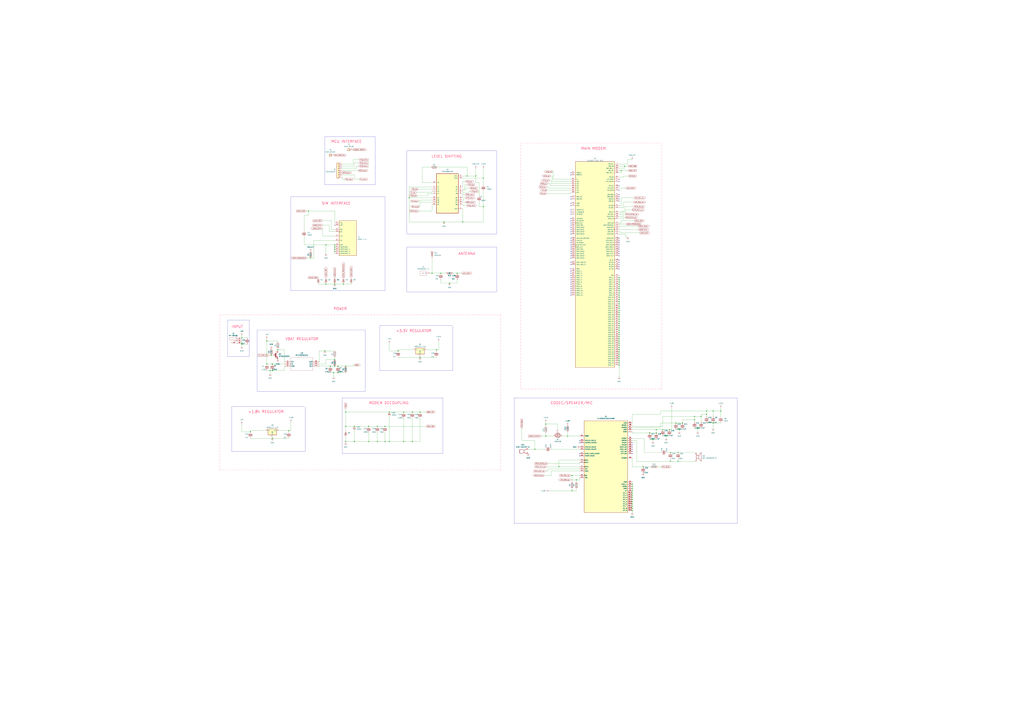
<source format=kicad_sch>
(kicad_sch (version 20231120) (generator "eeschema") (generator_version "8.0")
  (paper "A0")
  (junction (at 621.03 521.97))
  (junction (at 309.88 396.24))
  (junction (at 561.34 240.03))
  (junction (at 718.82 411.48))
  (junction (at 734.06 588.01))
  (junction (at 718.82 337.82))
  (junction (at 718.82 368.3))
  (junction (at 659.13 506.73))
  (junction (at 806.45 487.68))
  (junction (at 377.19 407.67))
  (junction (at 810.26 497.84))
  (junction (at 468.63 478.79))
  (junction (at 392.43 425.45))
  (junction (at 734.06 590.55))
  (junction (at 462.28 407.67))
  (junction (at 718.82 325.12))
  (junction (at 309.88 422.91))
  (junction (at 561.34 207.01))
  (junction (at 280.67 400.05))
  (junction (at 427.99 495.3))
  (junction (at 447.04 495.3))
  (junction (at 515.62 257.81))
  (junction (at 734.06 567.69))
  (junction (at 820.42 481.33))
  (junction (at 487.68 478.79))
  (junction (at 758.19 510.54))
  (junction (at 314.96 412.75))
  (junction (at 388.62 330.2))
  (junction (at 718.82 322.58))
  (junction (at 316.23 509.27))
  (junction (at 718.82 350.52))
  (junction (at 718.82 421.64))
  (junction (at 358.14 245.11))
  (junction (at 474.98 229.87))
  (junction (at 734.06 565.15))
  (junction (at 718.82 391.16))
  (junction (at 388.62 287.02))
  (junction (at 718.82 345.44))
  (junction (at 718.82 396.24))
  (junction (at 718.82 381))
  (junction (at 388.62 292.1))
  (junction (at 787.4 535.94))
  (junction (at 438.15 513.08))
  (junction (at 438.15 495.3))
  (junction (at 322.58 406.4))
  (junction (at 669.29 557.53))
  (junction (at 814.07 483.87))
  (junction (at 360.68 299.72))
  (junction (at 792.48 491.49))
  (junction (at 718.82 327.66))
  (junction (at 718.82 375.92))
  (junction (at 718.82 355.6))
  (junction (at 506.73 406.4))
  (junction (at 718.82 358.14))
  (junction (at 718.82 340.36))
  (junction (at 542.29 204.47))
  (junction (at 788.67 499.11))
  (junction (at 718.82 393.7))
  (junction (at 387.35 433.07))
  (junction (at 388.62 284.48))
  (junction (at 478.79 478.79))
  (junction (at 718.82 335.28))
  (junction (at 452.12 478.79))
  (junction (at 718.82 424.18))
  (junction (at 718.82 414.02))
  (junction (at 411.48 495.3))
  (junction (at 411.48 513.08))
  (junction (at 388.62 417.83))
  (junction (at 718.82 388.62))
  (junction (at 392.43 433.07))
  (junction (at 836.93 477.52))
  (junction (at 769.62 499.11))
  (junction (at 280.67 398.78))
  (junction (at 718.82 342.9))
  (junction (at 762 499.11))
  (junction (at 335.28 500.38))
  (junction (at 718.82 386.08))
  (junction (at 734.06 562.61))
  (junction (at 734.06 582.93))
  (junction (at 401.32 495.3))
  (junction (at 487.68 415.29))
  (junction (at 734.06 577.85))
  (junction (at 718.82 330.2))
  (junction (at 718.82 363.22))
  (junction (at 778.51 535.94))
  (junction (at 718.82 347.98))
  (junction (at 773.43 506.73))
  (junction (at 734.06 593.09))
  (junction (at 316.23 422.91))
  (junction (at 383.54 425.45))
  (junction (at 398.78 330.2))
  (junction (at 664.21 570.23))
  (junction (at 725.17 193.04))
  (junction (at 401.32 425.45))
  (junction (at 718.82 406.4))
  (junction (at 828.04 477.52))
  (junction (at 718.82 373.38))
  (junction (at 718.82 370.84))
  (junction (at 427.99 513.08))
  (junction (at 401.32 478.79))
  (junction (at 378.46 284.48))
  (junction (at 734.06 575.31))
  (junction (at 633.73 492.76))
  (junction (at 718.82 416.56))
  (junction (at 313.69 430.53))
  (junction (at 828.04 491.49))
  (junction (at 388.62 425.45))
  (junction (at 552.45 204.47))
  (junction (at 537.21 257.81))
  (junction (at 718.82 360.68))
  (junction (at 806.45 483.87))
  (junction (at 316.23 430.53))
  (junction (at 784.86 491.49))
  (junction (at 447.04 513.08))
  (junction (at 734.06 585.47))
  (junction (at 521.97 328.93))
  (junction (at 746.76 542.29))
  (junction (at 734.06 570.23))
  (junction (at 718.82 365.76))
  (junction (at 468.63 513.08))
  (junction (at 778.51 525.78))
  (junction (at 290.83 501.65))
  (junction (at 388.62 289.56))
  (junction (at 734.06 580.39))
  (junction (at 718.82 353.06))
  (junction (at 762 502.92))
  (junction (at 734.06 572.77))
  (junction (at 718.82 419.1))
  (junction (at 478.79 513.08))
  (junction (at 718.82 401.32))
  (junction (at 718.82 383.54))
  (junction (at 452.12 513.08))
  (junction (at 664.21 552.45))
  (junction (at 401.32 513.08))
  (junction (at 754.38 502.92))
  (junction (at 378.46 330.2))
  (junction (at 777.24 499.11))
  (junction (at 718.82 403.86))
  (junction (at 530.86 317.5))
  (junction (at 718.82 332.74))
  (junction (at 501.65 317.5))
  (junction (at 721.36 198.12))
  (junction (at 633.73 506.73))
  (junction (at 787.4 525.78))
  (junction (at 648.97 542.29))
  (junction (at 718.82 408.94))
  (junction (at 280.67 392.43))
  (junction (at 718.82 398.78))
  (junction (at 511.81 317.5))
  (junction (at 718.82 378.46))
  (junction (at 820.42 477.52))
  (no_connect (at 662.94 279.4))
  (no_connect (at 718.82 297.18))
  (no_connect (at 718.82 208.28))
  (no_connect (at 662.94 292.1))
  (no_connect (at 734.06 521.97))
  (no_connect (at 662.94 330.2))
  (no_connect (at 734.06 527.05))
  (no_connect (at 662.94 243.84))
  (no_connect (at 718.82 294.64))
  (no_connect (at 662.94 289.56))
  (no_connect (at 718.82 289.56))
  (no_connect (at 718.82 281.94))
  (no_connect (at 662.94 287.02))
  (no_connect (at 718.82 312.42))
  (no_connect (at 662.94 299.72))
  (no_connect (at 718.82 284.48))
  (no_connect (at 673.1 514.35))
  (no_connect (at 718.82 210.82))
  (no_connect (at 718.82 276.86))
  (no_connect (at 718.82 226.06))
  (no_connect (at 662.94 320.04))
  (no_connect (at 718.82 292.1))
  (no_connect (at 718.82 279.4))
  (no_connect (at 662.94 269.24))
  (no_connect (at 718.82 215.9))
  (no_connect (at 673.1 529.59))
  (no_connect (at 662.94 271.78))
  (no_connect (at 718.82 307.34))
  (no_connect (at 662.94 276.86))
  (no_connect (at 662.94 312.42))
  (no_connect (at 388.62 261.62))
  (no_connect (at 662.94 254))
  (no_connect (at 718.82 233.68))
  (no_connect (at 662.94 332.74))
  (no_connect (at 662.94 342.9))
  (no_connect (at 662.94 294.64))
  (no_connect (at 718.82 228.6))
  (no_connect (at 662.94 327.66))
  (no_connect (at 662.94 266.7))
  (no_connect (at 662.94 335.28))
  (no_connect (at 718.82 304.8))
  (no_connect (at 662.94 297.18))
  (no_connect (at 734.06 516.89))
  (no_connect (at 662.94 261.62))
  (no_connect (at 662.94 325.12))
  (no_connect (at 662.94 307.34))
  (no_connect (at 662.94 337.82))
  (no_connect (at 662.94 200.66))
  (no_connect (at 734.06 519.43))
  (no_connect (at 662.94 256.54))
  (no_connect (at 734.06 524.51))
  (no_connect (at 662.94 231.14))
  (no_connect (at 662.94 281.94))
  (no_connect (at 662.94 259.08))
  (no_connect (at 718.82 302.26))
  (no_connect (at 662.94 246.38))
  (no_connect (at 662.94 304.8))
  (no_connect (at 718.82 309.88))
  (no_connect (at 734.06 514.35))
  (no_connect (at 662.94 340.36))
  (no_connect (at 662.94 317.5))
  (no_connect (at 662.94 314.96))
  (no_connect (at 673.1 511.81))
  (no_connect (at 662.94 228.6))
  (no_connect (at 662.94 284.48))
  (no_connect (at 662.94 322.58))
  (no_connect (at 718.82 220.98))
  (no_connect (at 662.94 238.76))
  (no_connect (at 718.82 231.14))
  (no_connect (at 718.82 287.02))
  (no_connect (at 662.94 264.16))
  (no_connect (at 662.94 203.2))
  (no_connect (at 662.94 248.92))
  (no_connect (at 662.94 236.22))
  (no_connect (at 673.1 527.05))
  (wire (pts (xy 635 217.17) (xy 636.27 217.17)))
  (wire (pts (xy 718.82 241.3) (xy 723.9 241.3)))
  (wire (pts (xy 539.75 219.71) (xy 537.21 219.71)))
  (wire (pts (xy 280.67 392.43) (xy 280.67 393.7)))
  (wire (pts (xy 515.62 257.81) (xy 537.21 257.81)))
  (polyline (pts (xy 422.91 383.54) (xy 424.18 383.54)))
  (wire (pts (xy 388.62 415.29) (xy 388.62 417.83)))
  (wire (pts (xy 364.49 279.4) (xy 388.62 279.4)))
  (wire (pts (xy 720.09 269.24) (xy 718.82 269.24)))
  (polyline (pts (xy 397.51 462.28) (xy 482.6 462.28)))
  (wire (pts (xy 447.04 495.3) (xy 495.3 495.3)))
  (wire (pts (xy 511.81 317.5) (xy 518.16 317.5)))
  (wire (pts (xy 508 194.31) (xy 542.29 194.31)))
  (wire (pts (xy 721.36 256.54) (xy 736.6 256.54)))
  (wire (pts (xy 384.81 256.54) (xy 384.81 266.7)))
  (wire (pts (xy 640.08 209.55) (xy 640.08 213.36)))
  (wire (pts (xy 530.86 317.5) (xy 535.94 317.5)))
  (wire (pts (xy 335.28 500.38) (xy 335.28 501.65)))
  (polyline (pts (xy 289.56 372.11) (xy 264.16 372.11)))
  (wire (pts (xy 537.21 226.06) (xy 537.21 229.87)))
  (wire (pts (xy 726.44 275.59) (xy 726.44 271.78)))
  (polyline (pts (xy 596.9 462.28) (xy 855.98 462.28)))
  (wire (pts (xy 648.97 534.67) (xy 648.97 542.29)))
  (wire (pts (xy 378.46 417.83) (xy 388.62 417.83)))
  (wire (pts (xy 718.82 332.74) (xy 718.82 335.28)))
  (wire (pts (xy 397.51 205.74) (xy 397.51 208.28)))
  (wire (pts (xy 718.82 193.04) (xy 725.17 193.04)))
  (wire (pts (xy 669.29 557.53) (xy 673.1 557.53)))
  (polyline (pts (xy 419.1 383.54) (xy 298.45 383.54)))
  (wire (pts (xy 478.79 478.79) (xy 468.63 478.79)))
  (wire (pts (xy 788.67 499.11) (xy 788.67 501.65)))
  (wire (pts (xy 605.79 497.84) (xy 605.79 511.81)))
  (wire (pts (xy 669.29 570.23) (xy 669.29 567.69)))
  (wire (pts (xy 718.82 340.36) (xy 718.82 342.9)))
  (wire (pts (xy 370.84 422.91) (xy 378.46 422.91)))
  (wire (pts (xy 718.82 401.32) (xy 718.82 403.86)))
  (wire (pts (xy 337.82 490.22) (xy 337.82 500.38)))
  (wire (pts (xy 511.81 325.12) (xy 511.81 328.93)))
  (wire (pts (xy 537.21 257.81) (xy 561.34 257.81)))
  (wire (pts (xy 323.85 500.38) (xy 335.28 500.38)))
  (wire (pts (xy 640.08 521.97) (xy 673.1 521.97)))
  (wire (pts (xy 330.2 406.4) (xy 322.58 406.4)))
  (polyline (pts (xy 472.44 287.02) (xy 576.58 287.02)))
  (wire (pts (xy 309.88 396.24) (xy 322.58 396.24)))
  (wire (pts (xy 353.06 250.19) (xy 358.14 250.19)))
  (wire (pts (xy 718.82 248.92) (xy 722.63 248.92)))
  (wire (pts (xy 638.81 204.47) (xy 641.35 204.47)))
  (wire (pts (xy 358.14 250.19) (xy 358.14 245.11)))
  (wire (pts (xy 490.22 212.09) (xy 501.65 212.09)))
  (wire (pts (xy 723.9 205.74) (xy 718.82 205.74)))
  (wire (pts (xy 718.82 378.46) (xy 718.82 381)))
  (polyline (pts (xy 424.18 454.66) (xy 424.18 383.54)))
  (wire (pts (xy 718.82 424.18) (xy 718.82 438.15)))
  (wire (pts (xy 718.82 398.78) (xy 718.82 401.32)))
  (wire (pts (xy 541.02 218.44) (xy 544.83 218.44)))
  (wire (pts (xy 723.9 254) (xy 723.9 252.73)))
  (wire (pts (xy 411.48 495.3) (xy 427.99 495.3)))
  (wire (pts (xy 309.88 422.91) (xy 316.23 422.91)))
  (wire (pts (xy 632.46 521.97) (xy 621.03 521.97)))
  (wire (pts (xy 280.67 396.24) (xy 280.67 398.78)))
  (wire (pts (xy 720.09 270.51) (xy 720.09 269.24)))
  (wire (pts (xy 718.82 195.58) (xy 725.17 195.58)))
  (wire (pts (xy 486.41 245.11) (xy 501.65 245.11)))
  (wire (pts (xy 718.82 335.28) (xy 718.82 337.82)))
  (wire (pts (xy 637.54 570.23) (xy 664.21 570.23)))
  (wire (pts (xy 561.34 195.58) (xy 561.34 207.01)))
  (wire (pts (xy 730.25 204.47) (xy 723.9 204.47)))
  (polyline (pts (xy 472.44 191.77) (xy 472.44 271.78)))
  (wire (pts (xy 377.19 407.67) (xy 388.62 407.67)))
  (wire (pts (xy 767.08 481.33) (xy 734.06 481.33)))
  (wire (pts (xy 322.58 396.24) (xy 322.58 397.51)))
  (wire (pts (xy 784.86 491.49) (xy 792.48 491.49)))
  (wire (pts (xy 387.35 433.07) (xy 392.43 433.07)))
  (polyline (pts (xy 524.51 378.46) (xy 440.69 378.46)))
  (wire (pts (xy 383.54 425.45) (xy 370.84 425.45)))
  (wire (pts (xy 664.21 570.23) (xy 669.29 570.23)))
  (wire (pts (xy 378.46 284.48) (xy 378.46 294.64)))
  (wire (pts (xy 401.32 425.45) (xy 392.43 425.45)))
  (wire (pts (xy 718.82 403.86) (xy 718.82 406.4)))
  (wire (pts (xy 734.06 502.92) (xy 754.38 502.92)))
  (wire (pts (xy 487.68 240.03) (xy 487.68 234.95)))
  (wire (pts (xy 360.68 299.72) (xy 364.49 299.72)))
  (wire (pts (xy 787.4 535.94) (xy 808.99 535.94)))
  (wire (pts (xy 410.21 424.18) (xy 410.21 425.45)))
  (wire (pts (xy 474.98 257.81) (xy 515.62 257.81)))
  (wire (pts (xy 726.44 271.78) (xy 718.82 271.78)))
  (wire (pts (xy 718.82 414.02) (xy 718.82 416.56)))
  (polyline (pts (xy 472.44 287.02) (xy 472.44 339.09)))
  (polyline (pts (xy 326.39 454.66) (xy 424.18 454.66)))
  (wire (pts (xy 387.35 433.07) (xy 387.35 438.15)))
  (wire (pts (xy 739.14 535.94) (xy 778.51 535.94)))
  (polyline (pts (xy 298.45 383.54) (xy 298.45 454.66)))
  (wire (pts (xy 280.67 392.43) (xy 287.02 392.43)))
  (wire (pts (xy 767.08 477.52) (xy 767.08 481.33)))
  (wire (pts (xy 820.42 491.49) (xy 828.04 491.49)))
  (wire (pts (xy 784.86 499.11) (xy 788.67 499.11)))
  (polyline (pts (xy 576.58 175.26) (xy 472.44 175.26)))
  (wire (pts (xy 487.68 234.95) (xy 501.65 234.95)))
  (wire (pts (xy 641.35 210.82) (xy 662.94 210.82)))
  (wire (pts (xy 539.75 226.06) (xy 537.21 226.06)))
  (wire (pts (xy 468.63 513.08) (xy 478.79 513.08)))
  (polyline (pts (xy 604.52 166.37) (xy 768.35 166.37)) (stroke (width 0) (type dash_dot_dot) (color 255 38 65 1)))
  (wire (pts (xy 721.36 246.38) (xy 721.36 245.11)))
  (wire (pts (xy 662.94 552.45) (xy 664.21 552.45)))
  (wire (pts (xy 721.36 259.08) (xy 721.36 256.54)))
  (polyline (pts (xy 354.33 524.51) (xy 354.33 472.44)))
  (wire (pts (xy 506.73 406.4) (xy 506.73 407.67)))
  (wire (pts (xy 828.04 477.52) (xy 836.93 477.52)))
  (wire (pts (xy 452.12 513.08) (xy 468.63 513.08)))
  (wire (pts (xy 501.65 317.5) (xy 511.81 317.5)))
  (wire (pts (xy 487.68 415.29) (xy 506.73 415.29)))
  (wire (pts (xy 779.78 473.71) (xy 779.78 499.11)))
  (wire (pts (xy 313.69 430.53) (xy 316.23 430.53)))
  (polyline (pts (xy 604.52 452.12) (xy 604.52 166.37)) (stroke (width 0) (type dash_dot_dot) (color 255 38 65 1)))
  (polyline (pts (xy 435.61 214.63) (xy 377.19 214.63)))
  (wire (pts (xy 447.04 513.08) (xy 447.04 502.92)))
  (wire (pts (xy 414.02 193.04) (xy 414.02 195.58)))
  (wire (pts (xy 810.26 497.84) (xy 810.26 501.65)))
  (wire (pts (xy 718.82 370.84) (xy 718.82 373.38)))
  (wire (pts (xy 397.51 198.12) (xy 416.56 198.12)))
  (wire (pts (xy 718.82 416.56) (xy 718.82 419.1)))
  (wire (pts (xy 806.45 487.68) (xy 806.45 490.22)))
  (wire (pts (xy 486.41 233.68) (xy 487.68 233.68)))
  (wire (pts (xy 718.82 266.7) (xy 741.68 266.7)))
  (wire (pts (xy 280.67 389.89) (xy 280.67 392.43)))
  (wire (pts (xy 353.06 275.59) (xy 353.06 284.48)))
  (wire (pts (xy 364.49 299.72) (xy 364.49 279.4)))
  (wire (pts (xy 673.1 538.48) (xy 673.1 537.21)))
  (wire (pts (xy 723.9 248.92) (xy 723.9 251.46)))
  (wire (pts (xy 828.04 483.87) (xy 828.04 477.52)))
  (wire (pts (xy 734.06 575.31) (xy 734.06 577.85)))
  (wire (pts (xy 728.98 185.42) (xy 728.98 190.5)))
  (wire (pts (xy 718.82 365.76) (xy 718.82 368.3)))
  (wire (pts (xy 486.41 240.03) (xy 487.68 240.03)))
  (wire (pts (xy 762 499.11) (xy 762 502.92)))
  (polyline (pts (xy 440.69 430.53) (xy 525.78 430.53)))
  (wire (pts (xy 485.14 219.71) (xy 501.65 219.71)))
  (wire (pts (xy 538.48 229.87) (xy 538.48 232.41)))
  (wire (pts (xy 490.22 194.31) (xy 490.22 212.09)))
  (wire (pts (xy 388.62 289.56) (xy 388.62 292.1)))
  (wire (pts (xy 718.82 325.12) (xy 718.82 327.66)))
  (wire (pts (xy 718.82 322.58) (xy 718.82 325.12)))
  (wire (pts (xy 388.62 292.1) (xy 388.62 294.64)))
  (wire (pts (xy 734.06 582.93) (xy 734.06 585.47)))
  (wire (pts (xy 734.06 495.3) (xy 769.62 495.3)))
  (wire (pts (xy 718.82 347.98) (xy 718.82 350.52)))
  (wire (pts (xy 723.9 204.47) (xy 723.9 205.74)))
  (wire (pts (xy 636.27 538.48) (xy 673.1 538.48)))
  (wire (pts (xy 383.54 433.07) (xy 387.35 433.07)))
  (wire (pts (xy 721.36 198.12) (xy 728.98 198.12)))
  (wire (pts (xy 427.99 513.08) (xy 438.15 513.08)))
  (polyline (pts (xy 269.24 524.51) (xy 269.24 472.44)))
  (polyline (pts (xy 337.82 337.82) (xy 447.04 337.82)))
  (wire (pts (xy 537.21 210.82) (xy 541.02 210.82)))
  (wire (pts (xy 537.21 242.57) (xy 537.21 257.81)))
  (wire (pts (xy 633.73 547.37) (xy 636.27 547.37)))
  (wire (pts (xy 401.32 478.79) (xy 401.32 495.3)))
  (wire (pts (xy 734.06 481.33) (xy 734.06 491.49)))
  (wire (pts (xy 316.23 509.27) (xy 335.28 509.27)))
  (wire (pts (xy 718.82 383.54) (xy 718.82 386.08)))
  (wire (pts (xy 496.57 224.79) (xy 501.65 224.79)))
  (polyline (pts (xy 576.58 271.78) (xy 576.58 175.26)))
  (polyline (pts (xy 768.35 452.12) (xy 768.35 166.37)) (stroke (width 0) (type dash_dot_dot) (color 255 38 65 1)))
  (wire (pts (xy 353.06 267.97) (xy 353.06 250.19)))
  (polyline (pts (xy 264.16 374.65) (xy 264.16 414.02)))
  (wire (pts (xy 723.9 241.3) (xy 723.9 234.95)))
  (wire (pts (xy 718.82 254) (xy 723.9 254)))
  (polyline (pts (xy 472.44 271.78) (xy 576.58 271.78)))
  (wire (pts (xy 487.68 232.41) (xy 501.65 232.41)))
  (wire (pts (xy 718.82 396.24) (xy 718.82 398.78)))
  (wire (pts (xy 401.32 513.08) (xy 401.32 514.35)))
  (wire (pts (xy 474.98 217.17) (xy 474.98 229.87)))
  (wire (pts (xy 309.88 393.7) (xy 309.88 396.24)))
  (wire (pts (xy 487.68 478.79) (xy 495.3 478.79)))
  (wire (pts (xy 525.78 317.5) (xy 530.86 317.5)))
  (wire (pts (xy 501.65 223.52) (xy 501.65 222.25)))
  (wire (pts (xy 734.06 542.29) (xy 734.06 532.13)))
  (wire (pts (xy 767.08 491.49) (xy 767.08 496.57)))
  (wire (pts (xy 537.21 204.47) (xy 542.29 204.47)))
  (wire (pts (xy 836.93 483.87) (xy 836.93 477.52)))
  (wire (pts (xy 537.21 238.76) (xy 537.21 237.49)))
  (wire (pts (xy 806.45 483.87) (xy 814.07 483.87)))
  (wire (pts (xy 728.98 275.59) (xy 726.44 275.59)))
  (wire (pts (xy 544.83 222.25) (xy 546.1 222.25)))
  (polyline (pts (xy 377.19 158.75) (xy 377.19 214.63)))
  (wire (pts (xy 718.82 262.89) (xy 718.82 264.16)))
  (wire (pts (xy 718.82 327.66) (xy 718.82 330.2)))
  (wire (pts (xy 637.54 209.55) (xy 640.08 209.55)))
  (wire (pts (xy 718.82 406.4) (xy 718.82 408.94)))
  (wire (pts (xy 792.48 491.49) (xy 792.48 487.68)))
  (polyline (pts (xy 298.45 454.66) (xy 326.39 454.66)))
  (wire (pts (xy 763.27 542.29) (xy 768.35 542.29)))
  (wire (pts (xy 561.34 240.03) (xy 561.34 222.25)))
  (wire (pts (xy 640.08 552.45) (xy 640.08 547.37)))
  (wire (pts (xy 820.42 477.52) (xy 820.42 481.33)))
  (polyline (pts (xy 377.19 158.75) (xy 435.61 158.75)))
  (wire (pts (xy 316.23 430.53) (xy 330.2 430.53)))
  (wire (pts (xy 312.42 412.75) (xy 314.96 412.75)))
  (wire (pts (xy 638.81 213.36) (xy 638.81 215.9)))
  (wire (pts (xy 718.82 368.3) (xy 718.82 370.84)))
  (polyline (pts (xy 419.1 383.54) (xy 422.91 383.54)))
  (wire (pts (xy 635 224.79) (xy 662.94 224.79)))
  (wire (pts (xy 374.65 274.32) (xy 374.65 265.43)))
  (wire (pts (xy 787.4 525.78) (xy 808.99 525.78)))
  (wire (pts (xy 718.82 381) (xy 718.82 383.54)))
  (wire (pts (xy 734.06 542.29) (xy 746.76 542.29)))
  (wire (pts (xy 720.09 270.51) (xy 742.95 270.51)))
  (wire (pts (xy 621.03 521.97) (xy 613.41 521.97)))
  (wire (pts (xy 378.46 422.91) (xy 378.46 417.83)))
  (wire (pts (xy 537.21 220.98) (xy 537.21 222.25)))
  (wire (pts (xy 718.82 246.38) (xy 721.36 246.38)))
  (wire (pts (xy 398.78 330.2) (xy 407.67 330.2)))
  (polyline (pts (xy 596.9 499.11) (xy 596.9 462.28)))
  (wire (pts (xy 539.75 214.63) (xy 539.75 219.71)))
  (polyline (pts (xy 525.78 430.53) (xy 525.78 378.46)))
  (wire (pts (xy 788.67 499.11) (xy 792.48 499.11)))
  (wire (pts (xy 388.62 425.45) (xy 383.54 425.45)))
  (wire (pts (xy 762 499.11) (xy 734.06 499.11)))
  (wire (pts (xy 313.69 434.34) (xy 313.69 430.53)))
  (wire (pts (xy 718.82 408.94) (xy 718.82 411.48)))
  (wire (pts (xy 411.48 203.2) (xy 397.51 203.2)))
  (wire (pts (xy 734.06 495.3) (xy 734.06 494.03)))
  (polyline (pts (xy 264.16 372.11) (xy 264.16 374.65)))
  (wire (pts (xy 734.06 572.77) (xy 734.06 575.31)))
  (wire (pts (xy 722.63 248.92) (xy 722.63 246.38)))
  (wire (pts (xy 633.73 506.73) (xy 642.62 506.73)))
  (polyline (pts (xy 353.06 472.44) (xy 269.24 472.44)))
  (wire (pts (xy 669.29 557.53) (xy 669.29 560.07)))
  (wire (pts (xy 767.08 496.57) (xy 734.06 496.57)))
  (wire (pts (xy 337.82 500.38) (xy 335.28 500.38)))
  (wire (pts (xy 769.62 483.87) (xy 806.45 483.87)))
  (wire (pts (xy 722.63 246.38) (xy 726.44 246.38)))
  (wire (pts (xy 673.1 534.67) (xy 648.97 534.67)))
  (polyline (pts (xy 768.35 452.12) (xy 604.52 452.12)) (stroke (width 0) (type dash_dot_dot) (color 255 38 65 1)))
  (wire (pts (xy 718.82 411.48) (xy 718.82 414.02)))
  (wire (pts (xy 734.06 511.81) (xy 739.14 511.81)))
  (wire (pts (xy 388.62 284.48) (xy 388.62 287.02)))
  (wire (pts (xy 487.68 478.79) (xy 478.79 478.79)))
  (wire (pts (xy 721.36 200.66) (xy 721.36 198.12)))
  (wire (pts (xy 416.56 185.42) (xy 410.21 185.42)))
  (wire (pts (xy 814.07 490.22) (xy 814.07 483.87)))
  (wire (pts (xy 487.68 233.68) (xy 487.68 232.41)))
  (wire (pts (xy 355.6 245.11) (xy 358.14 245.11)))
  (wire (pts (xy 414.02 195.58) (xy 397.51 195.58)))
  (wire (pts (xy 353.06 284.48) (xy 378.46 284.48)))
  (wire (pts (xy 496.57 227.33) (xy 496.57 224.79)))
  (polyline (pts (xy 269.24 524.51) (xy 354.33 524.51)))
  (wire (pts (xy 820.42 481.33) (xy 820.42 483.87)))
  (polyline (pts (xy 435.61 158.75) (xy 435.61 214.63)))
  (wire (pts (xy 411.48 513.08) (xy 427.99 513.08)))
  (wire (pts (xy 718.82 360.68) (xy 718.82 363.22)))
  (wire (pts (xy 647.7 492.76) (xy 633.73 492.76)))
  (wire (pts (xy 664.21 570.23) (xy 664.21 567.69)))
  (wire (pts (xy 542.29 214.63) (xy 539.75 214.63)))
  (wire (pts (xy 636.27 217.17) (xy 636.27 218.44)))
  (wire (pts (xy 726.44 243.84) (xy 734.06 243.84)))
  (wire (pts (xy 633.73 492.76) (xy 633.73 495.3)))
  (wire (pts (xy 322.58 406.4) (xy 322.58 407.67)))
  (wire (pts (xy 480.06 406.4) (xy 462.28 406.4)))
  (wire (pts (xy 746.76 542.29) (xy 755.65 542.29)))
  (wire (pts (xy 478.79 513.08) (xy 487.68 513.08)))
  (wire (pts (xy 777.24 499.11) (xy 779.78 499.11)))
  (wire (pts (xy 483.87 227.33) (xy 496.57 227.33)))
  (wire (pts (xy 280.67 400.05) (xy 287.02 400.05)))
  (wire (pts (xy 542.29 194.31) (xy 542.29 204.47)))
  (wire (pts (xy 734.06 580.39) (xy 734.06 582.93)))
  (wire (pts (xy 814.07 481.33) (xy 820.42 481.33)))
  (wire (pts (xy 778.51 535.94) (xy 787.4 535.94)))
  (wire (pts (xy 718.82 330.2) (xy 718.82 332.74)))
  (wire (pts (xy 718.82 391.16) (xy 718.82 393.7)))
  (wire (pts (xy 718.82 198.12) (xy 721.36 198.12)))
  (wire (pts (xy 438.15 513.08) (xy 447.04 513.08)))
  (wire (pts (xy 814.07 483.87) (xy 814.07 481.33)))
  (wire (pts (xy 561.34 257.81) (xy 561.34 240.03)))
  (wire (pts (xy 664.21 552.45) (xy 664.21 560.07)))
  (polyline (pts (xy 397.51 527.05) (xy 514.35 527.05)))
  (wire (pts (xy 734.06 577.85) (xy 734.06 580.39)))
  (wire (pts (xy 355.6 299.72) (xy 360.68 299.72)))
  (wire (pts (xy 369.57 330.2) (xy 378.46 330.2)))
  (wire (pts (xy 552.45 195.58) (xy 552.45 204.47)))
  (wire (pts (xy 280.67 492.76) (xy 280.67 501.65)))
  (wire (pts (xy 401.32 508) (xy 401.32 513.08)))
  (wire (pts (xy 635 220.98) (xy 662.94 220.98)))
  (wire (pts (xy 758.19 510.54) (xy 758.19 513.08)))
  (wire (pts (xy 718.82 421.64) (xy 718.82 424.18)))
  (wire (pts (xy 718.82 375.92) (xy 718.82 378.46)))
  (wire (pts (xy 652.78 506.73) (xy 659.13 506.73)))
  (wire (pts (xy 511.81 328.93) (xy 521.97 328.93)))
  (wire (pts (xy 659.13 501.65) (xy 659.13 506.73)))
  (wire (pts (xy 767.08 491.49) (xy 784.86 491.49)))
  (wire (pts (xy 718.82 259.08) (xy 721.36 259.08)))
  (wire (pts (xy 401.32 513.08) (xy 411.48 513.08)))
  (wire (pts (xy 769.62 483.87) (xy 769.62 495.3)))
  (polyline (pts (xy 855.98 462.28) (xy 855.98 608.33)))
  (wire (pts (xy 474.98 217.17) (xy 501.65 217.17)))
  (wire (pts (xy 410.21 185.42) (xy 410.21 190.5)))
  (wire (pts (xy 718.82 238.76) (xy 721.36 238.76)))
  (wire (pts (xy 316.23 508) (xy 316.23 509.27)))
  (wire (pts (xy 734.06 588.01) (xy 734.06 590.55)))
  (wire (pts (xy 501.65 299.72) (xy 501.65 317.5)))
  (wire (pts (xy 537.21 210.82) (xy 537.21 217.17)))
  (wire (pts (xy 542.29 204.47) (xy 552.45 204.47)))
  (wire (pts (xy 810.26 497.84) (xy 814.07 497.84)))
  (wire (pts (xy 378.46 284.48) (xy 388.62 284.48)))
  (wire (pts (xy 487.68 513.08) (xy 487.68 486.41)))
  (wire (pts (xy 280.67 402.59) (xy 280.67 400.05)))
  (wire (pts (xy 662.94 557.53) (xy 669.29 557.53)))
  (wire (pts (xy 726.44 260.35) (xy 718.82 260.35)))
  (wire (pts (xy 388.62 330.2) (xy 398.78 330.2)))
  (wire (pts (xy 322.58 405.13) (xy 322.58 406.4)))
  (wire (pts (xy 718.82 260.35) (xy 718.82 261.62)))
  (wire (pts (xy 537.21 223.52) (xy 544.83 223.52)))
  (wire (pts (xy 718.82 320.04) (xy 718.82 322.58)))
  (wire (pts (xy 316.23 422.91) (xy 330.2 422.91)))
  (wire (pts (xy 723.9 252.73) (xy 726.44 252.73)))
  (wire (pts (xy 628.65 506.73) (xy 633.73 506.73)))
  (wire (pts (xy 806.45 483.87) (xy 806.45 487.68)))
  (wire (pts (xy 392.43 425.45) (xy 388.62 425.45)))
  (polyline (pts (xy 855.98 608.33) (xy 596.9 608.33)))
  (wire (pts (xy 452.12 407.67) (xy 462.28 407.67)))
  (polyline (pts (xy 581.66 546.1) (xy 581.66 365.76)) (stroke (width 0) (type dash_dot_dot) (color 255 38 65 1)))
  (wire (pts (xy 640.08 547.37) (xy 673.1 547.37)))
  (wire (pts (xy 769.62 499.11) (xy 777.24 499.11)))
  (wire (pts (xy 718.82 363.22) (xy 718.82 365.76)))
  (wire (pts (xy 734.06 562.61) (xy 734.06 565.15)))
  (wire (pts (xy 410.21 424.18) (xy 411.48 424.18)))
  (wire (pts (xy 552.45 204.47) (xy 552.45 212.09)))
  (wire (pts (xy 806.45 497.84) (xy 810.26 497.84)))
  (wire (pts (xy 509.27 396.24) (xy 509.27 406.4)))
  (wire (pts (xy 718.82 355.6) (xy 718.82 358.14)))
  (wire (pts (xy 725.17 195.58) (xy 725.17 193.04)))
  (wire (pts (xy 718.82 350.52) (xy 718.82 353.06)))
  (wire (pts (xy 309.88 430.53) (xy 313.69 430.53)))
  (wire (pts (xy 673.1 557.53) (xy 673.1 554.99)))
  (wire (pts (xy 483.87 223.52) (xy 501.65 223.52)))
  (wire (pts (xy 648.97 542.29) (xy 673.1 542.29)))
  (wire (pts (xy 290.83 500.38) (xy 290.83 501.65)))
  (wire (pts (xy 718.82 353.06) (xy 718.82 355.6)))
  (wire (pts (xy 358.14 245.11) (xy 388.62 245.11)))
  (wire (pts (xy 723.9 251.46) (xy 718.82 251.46)))
  (wire (pts (xy 370.84 420.37) (xy 370.84 407.67)))
  (wire (pts (xy 308.61 500.38) (xy 290.83 500.38)))
  (wire (pts (xy 664.21 552.45) (xy 673.1 552.45)))
  (polyline (pts (xy 289.56 414.02) (xy 289.56 372.11)))
  (wire (pts (xy 392.43 433.07) (xy 401.32 433.07)))
  (wire (pts (xy 633.73 490.22) (xy 633.73 492.76)))
  (wire (pts (xy 636.27 544.83) (xy 673.1 544.83)))
  (wire (pts (xy 734.06 593.09) (xy 734.06 595.63)))
  (wire (pts (xy 718.82 373.38) (xy 718.82 375.92)))
  (wire (pts (xy 401.32 478.79) (xy 452.12 478.79)))
  (wire (pts (xy 726.44 248.92) (xy 723.9 248.92)))
  (wire (pts (xy 647.7 499.11) (xy 647.7 492.76)))
  (wire (pts (xy 537.21 234.95) (xy 541.02 234.95)))
  (wire (pts (xy 374.65 261.62) (xy 382.27 261.62)))
  (polyline (pts (xy 255.27 546.1) (xy 581.66 546.1)) (stroke (width 0) (type dash_dot_dot) (color 255 38 65 1)))
  (wire (pts (xy 718.82 342.9) (xy 718.82 345.44)))
  (wire (pts (xy 792.48 487.68) (xy 806.45 487.68)))
  (polyline (pts (xy 472.44 175.26) (xy 472.44 191.77)))
  (wire (pts (xy 468.63 486.41) (xy 468.63 513.08)))
  (polyline (pts (xy 514.35 527.05) (xy 514.35 462.28)))
  (polyline (pts (xy 447.04 228.6) (xy 337.82 228.6)))
  (wire (pts (xy 411.48 500.38) (xy 411.48 513.08)))
  (wire (pts (xy 462.28 415.29) (xy 487.68 415.29)))
  (wire (pts (xy 478.79 486.41) (xy 478.79 513.08)))
  (wire (pts (xy 718.82 388.62) (xy 718.82 391.16)))
  (wire (pts (xy 820.42 477.52) (xy 828.04 477.52)))
  (wire (pts (xy 828.04 491.49) (xy 836.93 491.49)))
  (wire (pts (xy 280.67 501.65) (xy 290.83 501.65)))
  (wire (pts (xy 754.38 502.92) (xy 762 502.92)))
  (wire (pts (xy 635 542.29) (xy 648.97 542.29)))
  (wire (pts (xy 427.99 495.3) (xy 438.15 495.3)))
  (wire (pts (xy 487.68 414.02) (xy 487.68 415.29)))
  (wire (pts (xy 490.22 194.31) (xy 500.38 194.31)))
  (wire (pts (xy 474.98 229.87) (xy 474.98 257.81)))
  (wire (pts (xy 787.4 525.78) (xy 778.51 525.78)))
  (wire (pts (xy 718.82 345.44) (xy 718.82 347.98)))
  (wire (pts (xy 509.27 406.4) (xy 506.73 406.4)))
  (wire (pts (xy 725.17 240.03) (xy 735.33 240.03)))
  (wire (pts (xy 280.67 398.78) (xy 280.67 400.05)))
  (wire (pts (xy 718.82 200.66) (xy 721.36 200.66)))
  (wire (pts (xy 718.82 386.08) (xy 718.82 388.62)))
  (wire (pts (xy 718.82 419.1) (xy 718.82 421.64)))
  (wire (pts (xy 636.27 213.36) (xy 638.81 213.36)))
  (wire (pts (xy 447.04 513.08) (xy 452.12 513.08)))
  (polyline (pts (xy 255.27 546.1) (xy 255.27 365.76)) (stroke (width 0) (type dash_dot_dot) (color 255 38 65 1)))
  (wire (pts (xy 452.12 398.78) (xy 452.12 407.67)))
  (wire (pts (xy 411.48 189.23) (xy 411.48 193.04)))
  (wire (pts (xy 438.15 502.92) (xy 438.15 513.08)))
  (wire (pts (xy 552.45 212.09) (xy 556.26 212.09)))
  (wire (pts (xy 410.21 190.5) (xy 397.51 190.5)))
  (wire (pts (xy 541.02 220.98) (xy 541.02 218.44)))
  (wire (pts (xy 495.3 406.4) (xy 506.73 406.4)))
  (wire (pts (xy 721.36 245.11) (xy 725.17 245.11)))
  (polyline (pts (xy 337.82 228.6) (xy 337.82 237.49)))
  (wire (pts (xy 556.26 212.09) (xy 556.26 227.33)))
  (wire (pts (xy 388.62 266.7) (xy 384.81 266.7)))
  (wire (pts (xy 642.62 199.39) (xy 642.62 208.28)))
  (polyline (pts (xy 397.51 462.28) (xy 397.51 527.05)))
  (wire (pts (xy 556.26 234.95) (xy 556.26 240.03)))
  (polyline (pts (xy 472.44 339.09) (xy 576.58 339.09)))
  (wire (pts (xy 501.65 317.5) (xy 500.38 317.5)))
  (wire (pts (xy 537.21 220.98) (xy 541.02 220.98)))
  (wire (pts (xy 734.06 585.47) (xy 734.06 588.01)))
  (wire (pts (xy 309.88 396.24) (xy 309.88 422.91)))
  (wire (pts (xy 767.08 525.78) (xy 748.03 525.78)))
  (wire (pts (xy 417.83 208.28) (xy 411.48 208.28)))
  (wire (pts (xy 378.46 330.2) (xy 388.62 330.2)))
  (wire (pts (xy 662.94 224.79) (xy 662.94 223.52)))
  (polyline (pts (xy 337.82 237.49) (xy 337.82 337.82)))
  (wire (pts (xy 633.73 506.73) (xy 633.73 502.92)))
  (polyline (pts (xy 514.35 462.28) (xy 482.6 462.28)))
  (wire (pts (xy 758.19 510.54) (xy 762 510.54)))
  (wire (pts (xy 388.62 245.11) (xy 388.62 259.08)))
  (wire (pts (xy 411.48 208.28) (xy 411.48 203.2)))
  (wire (pts (xy 438.15 495.3) (xy 447.04 495.3)))
  (wire (pts (xy 721.36 238.76) (xy 721.36 229.87)))
  (wire (pts (xy 787.4 533.4) (xy 787.4 535.94)))
  (wire (pts (xy 401.32 495.3) (xy 401.32 500.38)))
  (wire (pts (xy 734.06 560.07) (xy 734.06 562.61)))
  (wire (pts (xy 642.62 208.28) (xy 662.94 208.28)))
  (wire (pts (xy 636.27 218.44) (xy 662.94 218.44)))
  (wire (pts (xy 728.98 190.5) (xy 718.82 190.5)))
  (wire (pts (xy 474.98 229.87) (xy 501.65 229.87)))
  (wire (pts (xy 734.06 567.69) (xy 734.06 570.23)))
  (wire (pts (xy 828.04 491.49) (xy 828.04 497.84)))
  (wire (pts (xy 544.83 223.52) (xy 544.83 222.25)))
  (wire (pts (xy 773.43 506.73) (xy 773.43 509.27)))
  (wire (pts (xy 556.26 240.03) (xy 561.34 240.03)))
  (wire (pts (xy 726.44 243.84) (xy 726.44 246.38)))
  (wire (pts (xy 778.51 533.4) (xy 778.51 535.94)))
  (wire (pts (xy 718.82 393.7) (xy 718.82 396.24)))
  (wire (pts (xy 538.48 232.41) (xy 537.21 232.41)))
  (wire (pts (xy 718.82 337.82) (xy 718.82 340.36)))
  (wire (pts (xy 382.27 269.24) (xy 388.62 269.24)))
  (wire (pts (xy 621.03 511.81) (xy 621.03 521.97)))
  (wire (pts (xy 452.12 478.79) (xy 468.63 478.79)))
  (wire (pts (xy 462.28 406.4) (xy 462.28 407.67)))
  (wire (pts (xy 452.12 483.87) (xy 452.12 513.08)))
  (wire (pts (xy 530.86 328.93) (xy 530.86 325.12)))
  (wire (pts (xy 723.9 234.95) (xy 735.33 234.95)))
  (wire (pts (xy 725.17 193.04) (xy 728.98 193.04)))
  (wire (pts (xy 769.62 506.73) (xy 773.43 506.73)))
  (wire (pts (xy 725.17 245.11) (xy 725.17 240.03)))
  (wire (pts (xy 659.13 506.73) (xy 673.1 506.73)))
  (wire (pts (xy 397.51 208.28) (xy 400.05 208.28)))
  (wire (pts (xy 748.03 509.27) (xy 734.06 509.27)))
  (wire (pts (xy 631.19 552.45) (xy 640.08 552.45)))
  (wire (pts (xy 414.02 193.04) (xy 416.56 193.04)))
  (wire (pts (xy 401.32 495.3) (xy 411.48 495.3)))
  (wire (pts (xy 748.03 525.78) (xy 748.03 509.27)))
  (wire (pts (xy 767.08 477.52) (xy 820.42 477.52)))
  (wire (pts (xy 754.38 510.54) (xy 758.19 510.54)))
  (wire (pts (xy 542.29 238.76) (xy 537.21 238.76)))
  (wire (pts (xy 330.2 406.4) (xy 330.2 420.37)))
  (polyline (pts (xy 576.58 339.09) (xy 576.58 287.02)))
  (wire (pts (xy 638.81 215.9) (xy 662.94 215.9)))
  (wire (pts (xy 762 499.11) (xy 769.62 499.11)))
  (wire (pts (xy 778.51 525.78) (xy 774.7 525.78)))
  (wire (pts (xy 314.96 412.75) (xy 317.5 412.75)))
  (polyline (pts (xy 581.66 365.76) (xy 255.27 365.76)) (stroke (width 0) (type dash_dot_dot) (color 255 38 65 1)))
  (wire (pts (xy 636.27 547.37) (xy 636.27 544.83)))
  (wire (pts (xy 388.62 287.02) (xy 388.62 289.56)))
  (polyline (pts (xy 440.69 430.53) (xy 440.69 378.46)))
  (wire (pts (xy 401.32 474.98) (xy 401.32 478.79)))
  (polyline (pts (xy 264.16 414.02) (xy 289.56 414.02)))
  (wire (pts (xy 734.06 570.23) (xy 734.06 572.77)))
  (wire (pts (xy 836.93 473.71) (xy 836.93 477.52)))
  (wire (pts (xy 382.27 261.62) (xy 382.27 269.24)))
  (wire (pts (xy 718.82 218.44) (xy 726.44 218.44)))
  (wire (pts (xy 734.06 565.15) (xy 734.06 567.69)))
  (wire (pts (xy 640.08 213.36) (xy 662.94 213.36)))
  (wire (pts (xy 734.06 502.92) (xy 734.06 501.65)))
  (wire (pts (xy 411.48 193.04) (xy 397.51 193.04)))
  (wire (pts (xy 410.21 425.45) (xy 401.32 425.45)))
  (wire (pts (xy 721.36 229.87) (xy 736.6 229.87)))
  (wire (pts (xy 773.43 506.73) (xy 777.24 506.73)))
  (wire (pts (xy 718.82 358.14) (xy 718.82 360.68)))
  (wire (pts (xy 521.97 328.93) (xy 530.86 328.93)))
  (wire (pts (xy 501.65 245.11) (xy 501.65 237.49)))
  (wire (pts (xy 416.56 189.23) (xy 411.48 189.23)))
  (wire (pts (xy 370.84 407.67) (xy 377.19 407.67)))
  (wire (pts (xy 734.06 590.55) (xy 734.06 593.09)))
  (wire (pts (xy 641.35 199.39) (xy 642.62 199.39)))
  (wire (pts (xy 641.35 204.47) (xy 641.35 210.82)))
  (polyline (pts (xy 596.9 608.33) (xy 596.9 499.11)))
  (wire (pts (xy 537.21 207.01) (xy 561.34 207.01)))
  (wire (pts (xy 740.41 262.89) (xy 718.82 262.89)))
  (wire (pts (xy 290.83 509.27) (xy 316.23 509.27)))
  (wire (pts (xy 330.2 430.53) (xy 330.2 425.45)))
  (wire (pts (xy 537.21 223.52) (xy 537.21 224.79)))
  (wire (pts (xy 427.99 502.92) (xy 427.99 513.08)))
  (polyline (pts (xy 447.04 337.82) (xy 447.04 228.6)))
  (wire (pts (xy 605.79 511.81) (xy 621.03 511.81)))
  (wire (pts (xy 561.34 207.01) (xy 561.34 214.63)))
  (wire (pts (xy 739.14 511.81) (xy 739.14 535.94)))
  (wire (pts (xy 388.62 274.32) (xy 374.65 274.32)))
  (wire (pts (xy 384.81 256.54) (xy 374.65 256.54)))
  (wire (pts (xy 541.02 229.87) (xy 538.48 229.87)))
  (wire (pts (xy 734.06 185.42) (xy 728.98 185.42)))
  (text "MCU INTERFACE" (at 402.336 164.592 0) (effects (font (size 3 3) (thickness 0.254) (bold yes))))
  (text "CODEC/SPEAKER/MIC\n" (at 663.702 468.376 0) (effects (font (size 3 3) (thickness 0.254) (bold yes))))
  (text "MODEM DECOUPLING" (at 451.358 468.376 0) (effects (font (size 3 3) (thickness 0.254) (bold yes))))
  (text "LEVEL SHIFTING" (at 518.668 181.864 0) (effects (font (size 3 3) (thickness 0.254) (bold yes))))
  (text "SIM INTERFACE\n" (at 390.398 236.474 0) (effects (font (size 3 3) (thickness 0.254) (bold yes))))
  (text "MAIN MODEM" (at 689.102 172.72 0) (effects (font (size 3 3) (thickness 0.254) (bold yes))))
  (text "ANTENNA" (at 542.036 294.894 0) (effects (font (size 3 3) (thickness 0.254) (bold yes))))
  (text "+3.3V REGULATOR\n" (at 480.314 384.556 0) (effects (font (size 3 3) (thickness 0.254) (bold yes))))
  (text "+1.8V REGULATOR\n" (at 308.864 478.536 0) (effects (font (size 3 3) (thickness 0.254) (bold yes))))
  (text "VBAT REGULATOR\n" (at 350.52 393.954 0) (effects (font (size 3 3) (thickness 0.254) (bold yes))))
  (text "POWER" (at 394.97 358.902 0) (effects (font (size 3 3) (thickness 0.254) (bold yes))))
  (text "INPUT" (at 275.59 379.73 0) (effects (font (size 3 3) (thickness 0.254) (bold yes))))
  (global_label "PCM_OUT_ec" (shape input) (at 633.73 547.37 180) (property "Intersheetrefs" "${INTERSHEET_REFS}" (effects (hide yes))))
  (global_label "CTS_ec" (shape input) (at 542.29 214.63 0) (property "Intersheetrefs" "${INTERSHEET_REFS}" (effects (hide yes))))
  (global_label "RX_ec" (shape output) (at 485.14 219.71 180) (property "Intersheetrefs" "${INTERSHEET_REFS}" (effects (hide yes))))
  (global_label "STATUS" (shape output) (at 730.25 204.47 0) (property "Intersheetrefs" "${INTERSHEET_REFS}" (effects (hide yes))))
  (global_label "USIM_RST" (shape input) (at 374.65 256.54 180) (property "Intersheetrefs" "${INTERSHEET_REFS}" (effects (hide yes))))
  (global_label "I2C_SCL_ec" (shape input) (at 662.94 552.45 180) (property "Intersheetrefs" "${INTERSHEET_REFS}" (effects (hide yes))))
  (global_label "TX_ec" (shape output) (at 635 220.98 180) (property "Intersheetrefs" "${INTERSHEET_REFS}" (effects (hide yes))))
  (global_label "EC_PWR_EN" (shape output) (at 388.62 180.34 0) (property "Intersheetrefs" "${INTERSHEET_REFS}" (effects (hide yes))))
  (global_label "USIM_PRESENCE" (shape output) (at 355.6 299.72 180) (property "Intersheetrefs" "${INTERSHEET_REFS}" (effects (hide yes))))
  (global_label "USIM_PRESENCE" (shape input) (at 726.44 260.35 0) (property "Intersheetrefs" "${INTERSHEET_REFS}" (effects (hide yes))))
  (global_label "CTS_ec" (shape output) (at 637.54 209.55 180) (property "Intersheetrefs" "${INTERSHEET_REFS}" (effects (hide yes))))
  (global_label "I2C_SCL_ec" (shape output) (at 736.6 229.87 0) (property "Intersheetrefs" "${INTERSHEET_REFS}" (effects (hide yes))))
  (global_label "PCM_CLK_ec" (shape output) (at 726.44 252.73 0) (property "Intersheetrefs" "${INTERSHEET_REFS}" (effects (hide yes))))
  (global_label "ant_main" (shape bidirectional) (at 726.44 218.44 0) (property "Intersheetrefs" "${INTERSHEET_REFS}" (effects (hide yes))))
  (global_label "USIM_VDD" (shape input) (at 369.57 322.58 180) (property "Intersheetrefs" "${INTERSHEET_REFS}" (effects (hide yes))))
  (global_label "USIM_VDD" (shape output) (at 736.6 256.54 0) (property "Intersheetrefs" "${INTERSHEET_REFS}" (effects (hide yes))))
  (global_label "ring_mcu" (shape input) (at 416.56 185.42 0) (property "Intersheetrefs" "${INTERSHEET_REFS}" (effects (hide yes))))
  (global_label "RTS_mcu" (shape output) (at 416.56 198.12 0) (property "Intersheetrefs" "${INTERSHEET_REFS}" (effects (hide yes))))
  (global_label "RX_mcu" (shape input) (at 400.05 208.28 0) (property "Intersheetrefs" "${INTERSHEET_REFS}" (effects (hide yes))))
  (global_label "ring_ec" (shape input) (at 546.1 222.25 0) (property "Intersheetrefs" "${INTERSHEET_REFS}" (effects (hide yes))))
  (global_label "PCM_OUT_ec" (shape output) (at 734.06 243.84 0) (property "Intersheetrefs" "${INTERSHEET_REFS}" (effects (hide yes))))
  (global_label "PCM_IN_ec" (shape output) (at 631.19 552.45 180) (property "Intersheetrefs" "${INTERSHEET_REFS}" (effects (hide yes))))
  (global_label "USIM_VDD" (shape input) (at 355.6 245.11 180) (property "Intersheetrefs" "${INTERSHEET_REFS}" (effects (hide yes))))
  (global_label "I2C_SDA_ec" (shape bidirectional) (at 735.33 234.95 0) (property "Intersheetrefs" "${INTERSHEET_REFS}" (effects (hide yes))))
  (global_label "RTS_ec" (shape input) (at 636.27 213.36 180) (property "Intersheetrefs" "${INTERSHEET_REFS}" (effects (hide yes))))
  (global_label "TX_mcu" (shape input) (at 486.41 233.68 180) (property "Intersheetrefs" "${INTERSHEET_REFS}" (effects (hide yes))))
  (global_label "VBAT_BB" (shape input) (at 728.98 193.04 0) (property "Intersheetrefs" "${INTERSHEET_REFS}" (effects (hide yes))))
  (global_label "USIM_PRESENCE" (shape output) (at 398.78 322.58 90) (property "Intersheetrefs" "${INTERSHEET_REFS}" (effects (hide yes))))
  (global_label "VBAT" (shape output) (at 411.48 424.18 0) (property "Intersheetrefs" "${INTERSHEET_REFS}" (effects (hide yes))))
  (global_label "ant_main" (shape bidirectional) (at 535.94 317.5 0) (property "Intersheetrefs" "${INTERSHEET_REFS}" (effects (hide yes))))
  (global_label "USIM_RST" (shape input) (at 378.46 322.58 90) (property "Intersheetrefs" "${INTERSHEET_REFS}" (effects (hide yes))))
  (global_label "RTS_ec" (shape output) (at 541.02 210.82 0) (property "Intersheetrefs" "${INTERSHEET_REFS}" (effects (hide yes))))
  (global_label "DCD_ec" (shape output) (at 638.81 204.47 180) (property "Intersheetrefs" "${INTERSHEET_REFS}" (effects (hide yes))))
  (global_label "ring_mcu" (shape output) (at 542.29 238.76 0) (property "Intersheetrefs" "${INTERSHEET_REFS}" (effects (hide yes))))
  (global_label "RX_mcu" (shape output) (at 486.41 240.03 180) (property "Intersheetrefs" "${INTERSHEET_REFS}" (effects (hide yes))))
  (global_label "USIM_DATA" (shape bidirectional) (at 374.65 265.43 180) (property "Intersheetrefs" "${INTERSHEET_REFS}" (effects (hide yes))))
  (global_label "TX_mcu" (shape output) (at 417.83 208.28 0) (property "Intersheetrefs" "${INTERSHEET_REFS}" (effects (hide yes))))
  (global_label "CODEC_RESET" (shape output) (at 410.21 173.99 0) (property "Intersheetrefs" "${INTERSHEET_REFS}" (effects (hide yes))))
  (global_label "MIC_BIAS" (shape output) (at 768.35 542.29 0) (property "Intersheetrefs" "${INTERSHEET_REFS}" (effects (hide yes))))
  (global_label "CODEC_RESET" (shape input) (at 628.65 506.73 180) (property "Intersheetrefs" "${INTERSHEET_REFS}" (effects (hide yes))))
  (global_label "VBAT_RF" (shape output) (at 495.3 478.79 0) (property "Intersheetrefs" "${INTERSHEET_REFS}" (effects (hide yes))))
  (global_label "PCM_CLK_ec" (shape input) (at 635 542.29 180) (property "Intersheetrefs" "${INTERSHEET_REFS}" (effects (hide yes))))
  (global_label "USIM_RST" (shape output) (at 742.95 270.51 0) (property "Intersheetrefs" "${INTERSHEET_REFS}" (effects (hide yes))))
  (global_label "PCM_SYNC_ec" (shape output) (at 726.44 248.92 0) (property "Intersheetrefs" "${INTERSHEET_REFS}" (effects (hide yes))))
  (global_label "DCD_ec" (shape input) (at 544.83 218.44 0) (property "Intersheetrefs" "${INTERSHEET_REFS}" (effects (hide yes))))
  (global_label "DTR_mcu" (shape input) (at 486.41 245.11 180) (property "Intersheetrefs" "${INTERSHEET_REFS}" (effects (hide yes))))
  (global_label "RTS_mcu" (shape input) (at 539.75 226.06 0) (property "Intersheetrefs" "${INTERSHEET_REFS}" (effects (hide yes))))
  (global_label "MIC_BIAS" (shape input) (at 605.79 497.84 90) (property "Intersheetrefs" "${INTERSHEET_REFS}" (effects (hide yes))))
  (global_label "TX_ec" (shape input) (at 483.87 223.52 180) (property "Intersheetrefs" "${INTERSHEET_REFS}" (effects (hide yes))))
  (global_label "CTS_mcu" (shape input) (at 416.56 193.04 0) (property "Intersheetrefs" "${INTERSHEET_REFS}" (effects (hide yes))))
  (global_label "DCD_mcu" (shape input) (at 416.56 189.23 0) (property "Intersheetrefs" "${INTERSHEET_REFS}" (effects (hide yes))))
  (global_label "DTR_mcu" (shape output) (at 397.51 200.66 0) (property "Intersheetrefs" "${INTERSHEET_REFS}" (effects (hide yes))))
  (global_label "VBAT_BB" (shape output) (at 495.3 495.3 0) (property "Intersheetrefs" "${INTERSHEET_REFS}" (effects (hide yes))))
  (global_label "USIM_CLK" (shape input) (at 374.65 261.62 180) (property "Intersheetrefs" "${INTERSHEET_REFS}" (effects (hide yes))))
  (global_label "USIM_CLK" (shape input) (at 388.62 322.58 90) (property "Intersheetrefs" "${INTERSHEET_REFS}" (effects (hide yes))))
  (global_label "DCD_mcu" (shape output) (at 541.02 234.95 0) (property "Intersheetrefs" "${INTERSHEET_REFS}" (effects (hide yes))))
  (global_label "RX_ec" (shape input) (at 635 224.79 180) (property "Intersheetrefs" "${INTERSHEET_REFS}" (effects (hide yes))))
  (global_label "PCM_IN_ec" (shape input) (at 735.33 240.03 0) (property "Intersheetrefs" "${INTERSHEET_REFS}" (effects (hide yes))))
  (global_label "USIM_DATA" (shape bidirectional) (at 407.67 322.58 90) (property "Intersheetrefs" "${INTERSHEET_REFS}" (effects (hide yes))))
  (global_label "ring_ec" (shape output) (at 641.35 199.39 180) (property "Intersheetrefs" "${INTERSHEET_REFS}" (effects (hide yes))))
  (global_label "USIM_CLK" (shape output) (at 741.68 266.7 0) (property "Intersheetrefs" "${INTERSHEET_REFS}" (effects (hide yes))))
  (global_label "VBAT_RF" (shape input) (at 728.98 198.12 0) (property "Intersheetrefs" "${INTERSHEET_REFS}" (effects (hide yes))))
  (global_label "EC_PWR_EN" (shape input) (at 312.42 412.75 180) (property "Intersheetrefs" "${INTERSHEET_REFS}" (effects (hide yes))))
  (global_label "USIM_DATA" (shape bidirectional) (at 740.41 262.89 0) (property "Intersheetrefs" "${INTERSHEET_REFS}" (effects (hide yes))))
  (global_label "DTR_ec" (shape input) (at 635 217.17 180) (property "Intersheetrefs" "${INTERSHEET_REFS}" (effects (hide yes))))
  (global_label "DTR_ec" (shape output) (at 483.87 227.33 180) (property "Intersheetrefs" "${INTERSHEET_REFS}" (effects (hide yes))))
  (global_label "PCM_SYNC_ec" (shape input) (at 636.27 538.48 180) (property "Intersheetrefs" "${INTERSHEET_REFS}" (effects (hide yes))))
  (global_label "VBAT" (shape input) (at 401.32 474.98 90) (property "Intersheetrefs" "${INTERSHEET_REFS}" (effects (hide yes))))
  (global_label "CTS_mcu" (shape output) (at 541.02 229.87 0) (property "Intersheetrefs" "${INTERSHEET_REFS}" (effects (hide yes))))
  (global_label "I2C_SDA_ec" (shape bidirectional) (at 662.94 557.53 180) (property "Intersheetrefs" "${INTERSHEET_REFS}" (effects (hide yes))))
  (symbol (lib_id "power:GND") (at 773.43 509.27 0) (unit 1)
    (property "Reference" "#PWR023" (effects (hide yes)))
    (property "Value" "GND" (at 773.43 514.35 0))
    (property "Description" "Power symbol creates a global label with name \"GND\" , ground" (effects (hide yes)))
  )
  (symbol (lib_id "Device:C") (at 487.68 482.6 0) (unit 1)
    (property "Reference" "C26" (at 481.838 481.584 0) (effects (justify left)))
    (property "Value" "10pf" (at 481.584 485.394 0) (effects (justify left)))
    (property "Footprint" "Capacitor_SMD:C_0805_2012Metric_Pad1.18x1.45mm_HandSolder" (effects (hide yes)))
    (property "Description" "Unpolarized capacitor" (effects (hide yes)))
  )
  (symbol (lib_id "power:GND") (at 487.68 415.29 0) (unit 1)
    (property "Reference" "#PWR027" (effects (hide yes)))
    (property "Value" "GND" (at 487.68 420.37 0))
    (property "Description" "Power symbol creates a global label with name \"GND\" , ground" (effects (hide yes)))
  )
  (symbol (lib_id "Device:C") (at 290.83 505.46 0) (unit 1)
    (property "Reference" "C21" (at 284.988 504.444 0) (effects (justify left)))
    (property "Value" "1uf" (at 284.734 508.254 0) (effects (justify left)))
    (property "Footprint" "Capacitor_SMD:C_0805_2012Metric_Pad1.18x1.45mm_HandSolder" (effects (hide yes)))
    (property "Description" "Unpolarized capacitor" (effects (hide yes)))
  )
  (symbol (lib_id "power:+3.3V") (at 280.67 492.76 0) (unit 1)
    (property "Reference" "#PWR028" (effects (hide yes)))
    (property "Value" "+5V" (at 280.67 487.68 0))
    (property "Description" "Power symbol creates a global label with name \"+3.3V\"" (effects (hide yes)))
  )
  (symbol (lib_id "Device:C") (at 792.48 495.3 0) (unit 1)
    (property "Reference" "C14" (at 794.258 492.76 0) (effects (justify left)))
    (property "Value" "1uf" (at 793.242 498.348 0) (effects (justify left)))
    (property "Footprint" "Capacitor_SMD:C_0402_1005Metric_Pad0.74x0.62mm_HandSolder" (effects (hide yes)))
    (property "Description" "Unpolarized capacitor" (effects (hide yes)))
  )
  (symbol (lib_id "Diode:PTVS12VZ1USK") (at 378.46 326.39 270) (unit 1)
    (property "Reference" "D2" (at 381 325.1199 90) (effects (justify left)))
    (property "Value" "PTVS12VZ1USK" (effects (hide yes)))
    (property "Footprint" "Diode_SMD:Nexperia_DSN1608-2_1.6x0.8mm" (effects (hide yes)))
    (property "Datasheet" "https://assets.nexperia.com/documents/data-sheet/PTVS12VZ1USK.pdf" (effects (hide yes)))
    (property "Description" "12V, 1900W TVS unidirectional diode, DSN1608-2" (effects (hide yes)))
  )
  (symbol (lib_id "symbols:TXS0108EPWR") (at 519.43 224.79 0) (unit 1)
    (property "Reference" "U2" (at 519.43 196.85 0))
    (property "Value" "TXS0108EPWR" (at 519.43 199.39 0))
    (property "Footprint" "footprints:uart_translator" (effects (hide yes)))
  )
  (symbol (lib_id "Diode:PTVS12VZ1USK") (at 401.32 504.19 270) (unit 1)
    (property "Reference" "D6" (at 403.86 502.9199 90) (effects (justify left)))
    (property "Value" "PTVS12VZ1USK" (effects (hide yes)))
    (property "Footprint" "Diode_SMD:Nexperia_DSN1608-2_1.6x0.8mm" (effects (hide yes)))
    (property "Datasheet" "https://assets.nexperia.com/documents/data-sheet/PTVS12VZ1USK.pdf" (effects (hide yes)))
    (property "Description" "12V, 1900W TVS unidirectional diode, DSN1608-2" (effects (hide yes)))
  )
  (symbol (lib_id "Device:C") (at 770.89 525.78 90) (unit 1)
    (property "Reference" "C34" (at 768.35 524.002 0) (effects (justify left)))
    (property "Value" "22uf" (at 773.938 525.018 0) (effects (justify left)))
    (property "Footprint" "Capacitor_SMD:C_0805_2012Metric_Pad1.18x1.45mm_HandSolder" (effects (hide yes)))
    (property "Description" "Unpolarized capacitor" (effects (hide yes)))
  )
  (symbol (lib_id "power:GND") (at 387.35 438.15 0) (unit 1)
    (property "Reference" "#PWR015" (effects (hide yes)))
    (property "Value" "GND" (at 387.35 443.23 0))
    (property "Description" "Power symbol creates a global label with name \"GND\" , ground" (effects (hide yes)))
  )
  (symbol (lib_id "Device:C") (at 287.02 396.24 0) (unit 1)
    (property "Reference" "C31" (at 281.178 395.224 0) (effects (justify left)))
    (property "Value" "1uf" (at 280.924 399.034 0) (effects (justify left)))
    (property "Footprint" "Capacitor_SMD:C_0805_2012Metric_Pad1.18x1.45mm_HandSolder" (effects (hide yes)))
    (property "Description" "Unpolarized capacitor" (effects (hide yes)))
  )
  (symbol (lib_id "Device:C") (at 746.76 546.1 0) (unit 1)
    (property "Reference" "C32" (at 748.538 543.56 0) (effects (justify left)))
    (property "Value" "2.2uf" (at 747.522 549.148 0) (effects (justify left)))
    (property "Footprint" "Capacitor_SMD:C_0805_2012Metric_Pad1.18x1.45mm_HandSolder" (effects (hide yes)))
    (property "Description" "Unpolarized capacitor" (effects (hide yes)))
  )
  (symbol (lib_id "Connector_Generic:Conn_01x07") (at 392.43 198.12 0) (mirror y) (unit 1)
    (property "Reference" "J5" (at 389.89 196.8499 0) (effects (justify left)))
    (property "Value" "Conn_01x07" (at 389.89 199.3899 0) (effects (justify left)))
    (property "Footprint" "Connector_PinHeader_2.54mm:PinHeader_1x07_P2.54mm_Vertical" (effects (hide yes)))
    (property "Description" "Generic connector, single row, 01x07, script generated (kicad-library-utils/schlib/autogen/connector/)" (effects (hide yes)))
  )
  (symbol (lib_id "Device:R") (at 759.46 542.29 90) (unit 1)
    (property "Reference" "R12" (at 759.46 539.496 90))
    (property "Value" "2.2k" (at 759.46 542.29 90))
    (property "Footprint" "Capacitor_SMD:C_0805_2012Metric_Pad1.18x1.45mm_HandSolder" (effects (hide yes)))
    (property "Description" "Resistor" (effects (hide yes)))
  )
  (symbol (lib_id "Diode:PTVS12VZ1USK") (at 398.78 326.39 270) (unit 1)
    (property "Reference" "D4" (at 401.32 325.1199 90) (effects (justify left)))
    (property "Value" "PTVS12VZ1USK" (effects (hide yes)))
    (property "Footprint" "Diode_SMD:Nexperia_DSN1608-2_1.6x0.8mm" (effects (hide yes)))
    (property "Datasheet" "https://assets.nexperia.com/documents/data-sheet/PTVS12VZ1USK.pdf" (effects (hide yes)))
    (property "Description" "12V, 1900W TVS unidirectional diode, DSN1608-2" (effects (hide yes)))
  )
  (symbol (lib_id "symbols:54-00166") (at 275.59 396.24 0) (unit 1)
    (property "Reference" "J3" (at 270.8303 387.35 0))
    (property "Value" "54-00166" (at 270.8303 389.89 0))
    (property "Footprint" "footprints:barrel jack" (effects (hide yes)))
    (property "PARTREV" "A" (effects (hide yes)))
    (property "STANDARD" "Manufacturer Recommendations" (effects (hide yes)))
    (property "SNAPEDA_PN" "54-00166" (effects (hide yes)))
    (property "MAXIMUM_PACKAGE_HEIGHT" "11.2mm" (effects (hide yes)))
    (property "MANUFACTURER" "TENSILITY" (effects (hide yes)))
  )
  (symbol (lib_id "power:+3.3V") (at 552.45 195.58 0) (unit 1)
    (property "Reference" "#PWR06" (effects (hide yes)))
    (property "Value" "VDD_EXT" (at 552.45 190.5 0))
    (property "Description" "Power symbol creates a global label with name \"+3.3V\"" (effects (hide yes)))
  )
  (symbol (lib_id "power:+3.3V") (at 309.88 393.7 0) (unit 1)
    (property "Reference" "#PWR013" (effects (hide yes)))
    (property "Value" "+5V" (at 309.88 388.62 0))
    (property "Description" "Power symbol creates a global label with name \"+3.3V\"" (effects (hide yes)))
  )
  (symbol (lib_id "power:GND") (at 613.41 527.05 0) (mirror y) (unit 1)
    (property "Reference" "#PWR035" (effects (hide yes)))
    (property "Value" "GND" (at 613.41 532.13 0))
    (property "Description" "Power symbol creates a global label with name \"GND\" , ground" (effects (hide yes)))
  )
  (symbol (lib_id "Device:C") (at 777.24 502.92 0) (unit 1)
    (property "Reference" "C16" (at 779.018 500.38 0) (effects (justify left)))
    (property "Value" "1uf" (at 778.002 505.968 0) (effects (justify left)))
    (property "Footprint" "Capacitor_SMD:C_0402_1005Metric_Pad0.74x0.62mm_HandSolder" (effects (hide yes)))
    (property "Description" "Unpolarized capacitor" (effects (hide yes)))
  )
  (symbol (lib_id "Device:C") (at 530.86 321.31 0) (unit 1)
    (property "Reference" "C38" (at 525.018 320.294 0) (effects (justify left)))
    (property "Value" "NM" (at 524.764 324.104 0) (effects (justify left)))
    (property "Footprint" "Capacitor_SMD:C_0805_2012Metric_Pad1.18x1.45mm_HandSolder" (effects (hide yes)))
    (property "Description" "Unpolarized capacitor" (effects (hide yes)))
  )
  (symbol (lib_id "Device:C") (at 468.63 482.6 0) (unit 1)
    (property "Reference" "C24" (at 462.788 481.584 0) (effects (justify left)))
    (property "Value" "100nf" (at 462.534 485.394 0) (effects (justify left)))
    (property "Footprint" "Capacitor_SMD:C_0805_2012Metric_Pad1.18x1.45mm_HandSolder" (effects (hide yes)))
    (property "Description" "Unpolarized capacitor" (effects (hide yes)))
  )
  (symbol (lib_id "power:+3.3V") (at 561.34 195.58 0) (unit 1)
    (property "Reference" "#PWR03" (effects (hide yes)))
    (property "Value" "+3.3V" (at 561.34 190.5 0))
    (property "Description" "Power symbol creates a global label with name \"+3.3V\"" (effects (hide yes)))
  )
  (symbol (lib_id "Device:C_Polarized_Small_US") (at 452.12 481.33 0) (unit 1)
    (property "Reference" "C28" (at 454.66 479.6281 0) (effects (justify left)))
    (property "Value" "100uf" (at 454.66 482.1681 0) (effects (justify left)))
    (property "Footprint" "Capacitor_SMD:C_0805_2012Metric_Pad1.18x1.45mm_HandSolder" (effects (hide yes)))
    (property "Description" "Polarized capacitor, small US symbol" (effects (hide yes)))
  )
  (symbol (lib_id "Device:C") (at 427.99 499.11 0) (unit 1)
    (property "Reference" "C27" (at 422.148 498.094 0) (effects (justify left)))
    (property "Value" "100nf" (at 421.894 501.904 0) (effects (justify left)))
    (property "Footprint" "Capacitor_SMD:C_0805_2012Metric_Pad1.18x1.45mm_HandSolder" (effects (hide yes)))
    (property "Description" "Unpolarized capacitor" (effects (hide yes)))
  )
  (symbol (lib_id "power:+3.3V") (at 633.73 490.22 0) (unit 1)
    (property "Reference" "#PWR034" (effects (hide yes)))
    (property "Value" "+3.3V" (at 633.73 485.14 0))
    (property "Description" "Power symbol creates a global label with name \"+3.3V\"" (effects (hide yes)))
  )
  (symbol (lib_id "Device:R") (at 504.19 194.31 90) (unit 1)
    (property "Reference" "R1" (at 504.19 191.516 90))
    (property "Value" "10k" (at 504.19 194.31 90))
    (property "Footprint" "Capacitor_SMD:C_0805_2012Metric_Pad1.18x1.45mm_HandSolder" (effects (hide yes)))
    (property "Description" "Resistor" (effects (hide yes)))
  )
  (symbol (lib_id "power:+3.3V") (at 360.68 292.1 0) (unit 1)
    (property "Reference" "#PWR08" (effects (hide yes)))
    (property "Value" "VDD_EXT" (at 360.68 287.02 0))
    (property "Description" "Power symbol creates a global label with name \"+3.3V\"" (effects (hide yes)))
  )
  (symbol (lib_id "Diode:PTVS12VZ1USK") (at 407.67 326.39 270) (unit 1)
    (property "Reference" "D5" (at 410.21 325.1199 90) (effects (justify left)))
    (property "Value" "PTVS12VZ1USK" (effects (hide yes)))
    (property "Footprint" "Diode_SMD:Nexperia_DSN1608-2_1.6x0.8mm" (effects (hide yes)))
    (property "Datasheet" "https://assets.nexperia.com/documents/data-sheet/PTVS12VZ1USK.pdf" (effects (hide yes)))
    (property "Description" "12V, 1900W TVS unidirectional diode, DSN1608-2" (effects (hide yes)))
  )
  (symbol (lib_id "Regulator_Linear:AMS1117-1.5") (at 487.68 406.4 0) (unit 1)
    (property "Reference" "U6" (at 487.68 400.05 0))
    (property "Value" "AMS1117-1.5" (at 487.68 402.59 0))
    (property "Footprint" "Package_TO_SOT_SMD:SOT-223-3_TabPin2" (effects (hide yes)))
    (property "Datasheet" "http://www.advanced-monolithic.com/pdf/ds1117.pdf" (effects (hide yes)))
    (property "Description" "1A Low Dropout regulator, positive, 1.5V fixed output, SOT-223" (effects (hide yes)))
  )
  (symbol (lib_id "Diode:PTVS12VZ1USK") (at 369.57 326.39 270) (unit 1)
    (property "Reference" "D1" (at 372.11 325.1199 90) (effects (justify left)))
    (property "Value" "PTVS12VZ1USK" (effects (hide yes)))
    (property "Footprint" "Diode_SMD:Nexperia_DSN1608-2_1.6x0.8mm" (effects (hide yes)))
    (property "Datasheet" "https://assets.nexperia.com/documents/data-sheet/PTVS12VZ1USK.pdf" (effects (hide yes)))
    (property "Description" "12V, 1900W TVS unidirectional diode, DSN1608-2" (effects (hide yes)))
  )
  (symbol (lib_id "Regulator_Linear:AMS1117-1.5") (at 316.23 500.38 0) (unit 1)
    (property "Reference" "U5" (at 316.23 494.03 0))
    (property "Value" "AMS1117-1.5" (at 316.23 496.57 0))
    (property "Footprint" "Package_TO_SOT_SMD:SOT-223-3_TabPin2" (effects (hide yes)))
    (property "Datasheet" "http://www.advanced-monolithic.com/pdf/ds1117.pdf" (effects (hide yes)))
    (property "Description" "1A Low Dropout regulator, positive, 1.5V fixed output, SOT-223" (effects (hide yes)))
  )
  (symbol (lib_id "symbols:NSIM-7-A") (at 403.86 271.78 0) (unit 1)
    (property "Reference" "J2" (at 415.29 275.5899 0) (effects (justify left)))
    (property "Value" "NSIM-7-A" (at 415.29 278.1299 0) (effects (justify left)))
    (property "Footprint" "footprints:new_sim" (effects (hide yes)))
    (property "PARTREV" "1.0" (effects (hide yes)))
    (property "STANDARD" "Manufacturer Recommendations" (effects (hide yes)))
    (property "MAXIMUM_PACKAGE_HEIGHT" "1.57mm" (effects (hide yes)))
    (property "MANUFACTURER" "CUI Devices" (effects (hide yes)))
  )
  (symbol (lib_id "Device:C") (at 636.27 521.97 90) (unit 1)
    (property "Reference" "C33" (at 633.73 520.192 0) (effects (justify left)))
    (property "Value" "100nf" (at 639.318 521.208 0) (effects (justify left)))
    (property "Footprint" "Capacitor_SMD:C_0805_2012Metric_Pad1.18x1.45mm_HandSolder" (effects (hide yes)))
    (property "Description" "Unpolarized capacitor" (effects (hide yes)))
  )
  (symbol (lib_id "power:GND") (at 515.62 257.81 0) (unit 1)
    (property "Reference" "#PWR04" (effects (hide yes)))
    (property "Value" "GND" (at 515.62 262.89 0))
    (property "Description" "Power symbol creates a global label with name \"GND\" , ground" (effects (hide yes)))
  )
  (symbol (lib_id "Device:C") (at 506.73 411.48 0) (unit 1)
    (property "Reference" "C20" (at 500.888 410.464 0) (effects (justify left)))
    (property "Value" "1uf" (at 500.634 414.274 0) (effects (justify left)))
    (property "Footprint" "Capacitor_SMD:C_0805_2012Metric_Pad1.18x1.45mm_HandSolder" (effects (hide yes)))
    (property "Description" "Unpolarized capacitor" (effects (hide yes)))
  )
  (symbol (lib_id "power:GND") (at 673.1 519.43 270) (unit 1)
    (property "Reference" "#PWR036" (effects (hide yes)))
    (property "Value" "GND" (at 669.29 519.4299 90) (effects (justify right)))
    (property "Description" "Power symbol creates a global label with name \"GND\" , ground" (effects (hide yes)))
  )
  (symbol (lib_id "symbols:TLV320AIC3104IRHBR") (at 703.58 529.59 0) (unit 1)
    (property "Reference" "U4" (at 703.58 483.87 0))
    (property "Value" "TLV320AIC3104IRHBR" (at 703.58 486.41 0))
    (property "Footprint" "footprints:new_codec" (effects (hide yes)))
    (property "STANDARD" "IPC 7351B" (effects (hide yes)))
    (property "MANUFACTURER" "TEXAS INSTRUMENTS" (effects (hide yes)))
  )
  (symbol (lib_id "Device:R") (at 360.68 295.91 180) (unit 1)
    (property "Reference" "R3" (at 357.886 295.91 90))
    (property "Value" "51k" (at 360.68 295.91 90))
    (property "Footprint" "Capacitor_SMD:C_0805_2012Metric_Pad1.18x1.45mm_HandSolder" (effects (hide yes)))
    (property "Description" "Resistor" (effects (hide yes)))
  )
  (symbol (lib_id "power:+3.3V") (at 779.78 473.71 0) (unit 1)
    (property "Reference" "#PWR022" (effects (hide yes)))
    (property "Value" "+1.8V" (at 779.78 468.63 0))
    (property "Description" "Power symbol creates a global label with name \"+3.3V\"" (effects (hide yes)))
  )
  (symbol (lib_id "Device:C") (at 478.79 482.6 0) (unit 1)
    (property "Reference" "C25" (at 472.948 481.584 0) (effects (justify left)))
    (property "Value" "33pf" (at 472.694 485.394 0) (effects (justify left)))
    (property "Footprint" "Capacitor_SMD:C_0805_2012Metric_Pad1.18x1.45mm_HandSolder" (effects (hide yes)))
    (property "Description" "Unpolarized capacitor" (effects (hide yes)))
  )
  (symbol (lib_id "Device:R") (at 664.21 563.88 180) (unit 1)
    (property "Reference" "R8" (at 661.416 563.88 90))
    (property "Value" "4.7k" (at 664.21 563.88 90))
    (property "Footprint" "Capacitor_SMD:C_0805_2012Metric_Pad1.18x1.45mm_HandSolder" (effects (hide yes)))
    (property "Description" "Resistor" (effects (hide yes)))
  )
  (symbol (lib_id "Device:C") (at 787.4 529.59 0) (unit 1)
    (property "Reference" "C36" (at 789.178 527.05 0) (effects (justify left)))
    (property "Value" "33pf" (at 788.162 532.638 0) (effects (justify left)))
    (property "Footprint" "Capacitor_SMD:C_0805_2012Metric_Pad1.18x1.45mm_HandSolder" (effects (hide yes)))
    (property "Description" "Unpolarized capacitor" (effects (hide yes)))
  )
  (symbol (lib_id "symbols:2016504-1") (at 500.38 317.5 180) (unit 1)
    (property "Reference" "J1" (at 491.49 309.88 0) (effects (font (size 1.524 1.524))))
    (property "Value" "2016504-1" (at 491.49 312.42 0) (effects (font (size 1.524 1.524))))
    (property "Footprint" "footprints:CONN1_2016504-1_TEC" (effects (hide yes)))
    (property "Datasheet" "2016504-1" (effects (hide yes)))
  )
  (symbol (lib_id "Device:C") (at 561.34 218.44 0) (unit 1)
    (property "Reference" "C1" (at 565.15 217.1699 0) (effects (justify left)))
    (property "Value" "100nf" (at 565.15 219.7099 0) (effects (justify left)))
    (property "Footprint" "Capacitor_SMD:C_0805_2012Metric_Pad1.18x1.45mm_HandSolder" (effects (hide yes)))
    (property "Description" "Unpolarized capacitor" (effects (hide yes)))
  )
  (symbol (lib_id "power:GND") (at 378.46 294.64 0) (unit 1)
    (property "Reference" "#PWR07" (effects (hide yes)))
    (property "Value" "GND" (at 378.46 299.72 0))
    (property "Description" "Power symbol creates a global label with name \"GND\" , ground" (effects (hide yes)))
  )
  (symbol (lib_id "power:GND") (at 788.67 501.65 0) (unit 1)
    (property "Reference" "#PWR019" (effects (hide yes)))
    (property "Value" "GND" (at 788.67 506.73 0))
    (property "Description" "Power symbol creates a global label with name \"GND\" , ground" (effects (hide yes)))
  )
  (symbol (lib_id "Device:C") (at 462.28 411.48 0) (unit 1)
    (property "Reference" "C19" (at 456.438 410.464 0) (effects (justify left)))
    (property "Value" "1uf" (at 456.184 414.274 0) (effects (justify left)))
    (property "Footprint" "Capacitor_SMD:C_0805_2012Metric_Pad1.18x1.45mm_HandSolder" (effects (hide yes)))
    (property "Description" "Unpolarized capacitor" (effects (hide yes)))
  )
  (symbol (lib_id "power:GND") (at 322.58 417.83 0) (unit 1)
    (property "Reference" "#PWR038" (effects (hide yes)))
    (property "Value" "GND" (at 322.58 422.91 0))
    (property "Description" "Power symbol creates a global label with name \"GND\" , ground" (effects (hide yes)))
  )
  (symbol (lib_id "power:GND") (at 758.19 513.08 0) (unit 1)
    (property "Reference" "#PWR024" (effects (hide yes)))
    (property "Value" "GND" (at 758.19 518.16 0))
    (property "Description" "Power symbol creates a global label with name \"GND\" , ground" (effects (hide yes)))
  )
  (symbol (lib_id "Device:Antenna") (at 501.65 294.64 0) (unit 1)
    (property "Reference" "AE1" (at 504.19 294.0049 0) (effects (justify left)))
    (property "Value" "Antenna" (at 504.19 296.5449 0) (effects (justify left)))
    (property "Description" "Antenna" (effects (hide yes)))
  )
  (symbol (lib_id "Connector_Generic:Conn_01x01") (at 405.13 173.99 180) (unit 1)
    (property "Reference" "J4" (at 405.13 167.64 0))
    (property "Value" "Conn_01x01" (at 405.13 170.18 0))
    (property "Footprint" "Connector_PinHeader_2.54mm:PinHeader_1x01_P2.54mm_Vertical" (effects (hide yes)))
    (property "Description" "Generic connector, single row, 01x01, script generated (kicad-library-utils/schlib/autogen/connector/)" (effects (hide yes)))
  )
  (symbol (lib_id "power:GND") (at 388.62 330.2 0) (unit 1)
    (property "Reference" "#PWR09" (effects (hide yes)))
    (property "Value" "GND" (at 388.62 335.28 0))
    (property "Description" "Power symbol creates a global label with name \"GND\" , ground" (effects (hide yes)))
  )
  (symbol (lib_id "power:+3.3V") (at 659.13 494.03 0) (unit 1)
    (property "Reference" "#PWR033" (effects (hide yes)))
    (property "Value" "+1.8V" (at 659.13 488.95 0))
    (property "Description" "Power symbol creates a global label with name \"+3.3V\"" (effects (hide yes)))
  )
  (symbol (lib_id "power:GND") (at 734.06 595.63 0) (unit 1)
    (property "Reference" "#PWR017" (effects (hide yes)))
    (property "Value" "GND" (at 734.06 600.71 0))
    (property "Description" "Power symbol creates a global label with name \"GND\" , ground" (effects (hide yes)))
  )
  (symbol (lib_id "power:+3.3V") (at 337.82 490.22 0) (unit 1)
    (property "Reference" "#PWR030" (effects (hide yes)))
    (property "Value" "+1.8V" (at 337.82 485.14 0))
    (property "Description" "Power symbol creates a global label with name \"+3.3V\"" (effects (hide yes)))
  )
  (symbol (lib_id "Device:R") (at 633.73 499.11 180) (unit 1)
    (property "Reference" "R11" (at 630.936 499.11 90))
    (property "Value" "10k" (at 633.73 499.11 90))
    (property "Footprint" "Capacitor_SMD:C_0402_1005Metric_Pad0.74x0.62mm_HandSolder" (effects (hide yes)))
    (property "Description" "Resistor" (effects (hide yes)))
  )
  (symbol (lib_id "power:GND") (at 401.32 514.35 0) (unit 1)
    (property "Reference" "#PWR031" (effects (hide yes)))
    (property "Value" "GND" (at 401.32 519.43 0))
    (property "Description" "Power symbol creates a global label with name \"GND\" , ground" (effects (hide yes)))
  )
  (symbol (lib_id "Device:C") (at 309.88 426.72 0) (unit 1)
    (property "Reference" "C4" (at 304.038 425.704 0) (effects (justify left)))
    (property "Value" "470uf" (at 303.784 429.514 0) (effects (justify left)))
    (property "Footprint" "Capacitor_SMD:C_0805_2012Metric_Pad1.18x1.45mm_HandSolder" (effects (hide yes)))
    (property "Description" "Unpolarized capacitor" (effects (hide yes)))
  )
  (symbol (lib_id "Device:C") (at 778.51 529.59 0) (unit 1)
    (property "Reference" "C35" (at 780.288 527.05 0) (effects (justify left)))
    (property "Value" "10pf" (at 779.272 532.638 0) (effects (justify left)))
    (property "Footprint" "Capacitor_SMD:C_0805_2012Metric_Pad1.18x1.45mm_HandSolder" (effects (hide yes)))
    (property "Description" "Unpolarized capacitor" (effects (hide yes)))
  )
  (symbol (lib_id "power:GND") (at 746.76 549.91 0) (unit 1)
    (property "Reference" "#PWR032" (effects (hide yes)))
    (property "Value" "GND" (at 746.76 554.99 0))
    (property "Description" "Power symbol creates a global label with name \"GND\" , ground" (effects (hide yes)))
  )
  (symbol (lib_id "Device:C") (at 335.28 505.46 0) (unit 1)
    (property "Reference" "C22" (at 329.438 504.444 0) (effects (justify left)))
    (property "Value" "1uf" (at 329.184 508.254 0) (effects (justify left)))
    (property "Footprint" "Capacitor_SMD:C_0805_2012Metric_Pad1.18x1.45mm_HandSolder" (effects (hide yes)))
    (property "Description" "Unpolarized capacitor" (effects (hide yes)))
  )
  (symbol (lib_id "symbols:EC25AFA-512-STD") (at 690.88 251.46 0) (unit 1)
    (property "Reference" "U1" (at 690.88 184.15 0))
    (property "Value" "EC25AFA-512-STD" (at 690.88 186.69 0))
    (property "Footprint" "footprints:modem" (effects (hide yes)))
    (property "MF" "Quectel" (effects (hide yes)))
    (property "Purchase-URL" "https://pricing.snapeda.com/search/part/EC25AFA-512-STD/?ref=eda" (effects (hide yes)))
    (property "Package" "Custom Quectel" (effects (hide yes)))
    (property "Price" "None" (effects (hide yes)))
    (property "MP" "EC25AFA-512-STD" (effects (hide yes)))
    (property "Availability" "In Stock" (effects (hide yes)))
    (property "Description_1" "Quectel EC25AFA-512-STD is a series of 4G - LTE Cat 4 module optimized specially for M2M and IoT applications." (effects (hide yes)))
  )
  (symbol (lib_id "power:GND") (at 313.69 434.34 0) (unit 1)
    (property "Reference" "#PWR014" (effects (hide yes)))
    (property "Value" "GND" (at 313.69 439.42 0))
    (property "Description" "Power symbol creates a global label with name \"GND\" , ground" (effects (hide yes)))
  )
  (symbol (lib_id "symbols:MIC29302WU") (at 330.2 420.37 0) (unit 1)
    (property "Reference" "U3" (at 350.52 410.21 0) (effects (font (size 1.524 1.524))))
    (property "Value" "MIC29302WU" (at 350.52 412.75 0) (effects (font (size 1.524 1.524))))
    (property "Footprint" "footprints:vreg" (effects (hide yes)))
    (property "Datasheet" "MIC29302WU" (effects (hide yes)))
  )
  (symbol (lib_id "Device:C") (at 316.23 426.72 0) (unit 1)
    (property "Reference" "C5" (at 317.754 424.942 0) (effects (justify left)))
    (property "Value" "100nf" (at 315.976 429.26 0) (effects (justify left)))
    (property "Footprint" "Capacitor_SMD:C_0805_2012Metric_Pad1.18x1.45mm_HandSolder" (effects (hide yes)))
    (property "Description" "Unpolarized capacitor" (effects (hide yes)))
  )
  (symbol (lib_id "Device:C") (at 754.38 506.73 0) (unit 1)
    (property "Reference" "C17" (at 756.158 504.19 0) (effects (justify left)))
    (property "Value" "100nf" (at 755.142 509.778 0) (effects (justify left)))
    (property "Footprint" "Capacitor_SMD:C_0402_1005Metric_Pad0.74x0.62mm_HandSolder" (effects (hide yes)))
    (property "Description" "Unpolarized capacitor" (effects (hide yes)))
  )
  (symbol (lib_id "Device:R") (at 521.97 317.5 270) (unit 1)
    (property "Reference" "R13" (at 521.97 320.294 90))
    (property "Value" "0R" (at 521.97 317.5 90))
    (property "Footprint" "Capacitor_SMD:C_0805_2012Metric_Pad1.18x1.45mm_HandSolder" (effects (hide yes)))
    (property "Description" "Resistor" (effects (hide yes)))
  )
  (symbol (lib_id "symbols:DTC043ZEBTL") (at 320.04 412.75 0) (unit 1)
    (property "Reference" "Q2" (at 323.85 411.4799 0) (effects (justify left)))
    (property "Value" "DTC043ZEBTL" (at 323.85 414.0199 0) (effects (justify left)))
    (property "Footprint" "footprints:SOTFL50P160X85-3N" (effects (hide yes)))
    (property "PARTREV" "002" (effects (hide yes)))
    (property "STANDARD" "IPC-7351B" (effects (hide yes)))
    (property "MAXIMUM_PACKAGE_HEIGHT" "0.85mm" (effects (hide yes)))
    (property "MANUFACTURER" "ROHM Semiconductor" (effects (hide yes)))
  )
  (symbol (lib_id "Device:R") (at 388.62 411.48 180) (unit 1)
    (property "Reference" "R7" (at 385.826 411.48 90))
    (property "Value" "47k" (at 388.62 411.48 90))
    (property "Footprint" "Capacitor_SMD:C_0805_2012Metric_Pad1.18x1.45mm_HandSolder" (effects (hide yes)))
    (property "Description" "Resistor" (effects (hide yes)))
  )
  (symbol (lib_id "Device:C") (at 511.81 321.31 0) (unit 1)
    (property "Reference" "C37" (at 505.968 320.294 0) (effects (justify left)))
    (property "Value" "NM" (at 505.714 324.104 0) (effects (justify left)))
    (property "Footprint" "Capacitor_SMD:C_0805_2012Metric_Pad1.18x1.45mm_HandSolder" (effects (hide yes)))
    (property "Description" "Unpolarized capacitor" (effects (hide yes)))
  )
  (symbol (lib_id "Device:C_Polarized_Small_US") (at 411.48 497.84 0) (unit 1)
    (property "Reference" "C23" (at 414.02 496.1381 0) (effects (justify left)))
    (property "Value" "100uf" (at 414.02 498.6781 0) (effects (justify left)))
    (property "Footprint" "Capacitor_SMD:C_0805_2012Metric_Pad1.18x1.45mm_HandSolder" (effects (hide yes)))
    (property "Description" "Polarized capacitor, small US symbol" (effects (hide yes)))
  )
  (symbol (lib_id "Device:R") (at 314.96 408.94 180) (unit 1)
    (property "Reference" "R2" (at 312.166 408.94 90))
    (property "Value" "10k" (at 314.96 408.94 90))
    (property "Footprint" "Capacitor_SMD:C_0805_2012Metric_Pad1.18x1.45mm_HandSolder" (effects (hide yes)))
    (property "Description" "Resistor" (effects (hide yes)))
  )
  (symbol (lib_id "Device:C") (at 836.93 487.68 0) (unit 1)
    (property "Reference" "C8" (at 840.74 486.4099 0) (effects (justify left)))
    (property "Value" "10uf" (at 840.74 488.9499 0) (effects (justify left)))
    (property "Footprint" "Capacitor_SMD:C_0402_1005Metric_Pad0.74x0.62mm_HandSolder" (effects (hide yes)))
    (property "Description" "Unpolarized capacitor" (effects (hide yes)))
  )
  (symbol (lib_id "Diode:PTVS12VZ1USK") (at 388.62 326.39 270) (unit 1)
    (property "Reference" "D3" (at 391.16 325.1199 90) (effects (justify left)))
    (property "Value" "PTVS12VZ1USK" (effects (hide yes)))
    (property "Footprint" "Diode_SMD:Nexperia_DSN1608-2_1.6x0.8mm" (effects (hide yes)))
    (property "Datasheet" "https://assets.nexperia.com/documents/data-sheet/PTVS12VZ1USK.pdf" (effects (hide yes)))
    (property "Description" "12V, 1900W TVS unidirectional diode, DSN1608-2" (effects (hide yes)))
  )
  (symbol (lib_id "symbols:AST-01532MR-R") (at 811.53 530.86 0) (unit 1)
    (property "Reference" "LS1" (at 815.34 529.7342 0) (effects (justify left)))
    (property "Value" "AST-01532MR-R" (at 815.34 532.2742 0) (effects (justify left)))
    (property "Footprint" "footprints:SPKR_AST-01532MR-R" (effects (hide yes)))
    (property "PARTREV" "A" (effects (hide yes)))
    (property "STANDARD" "IPC-7351B" (effects (hide yes)))
    (property "MAXIMUM_PACKAGE_HEIGHT" "7.55 mm" (effects (hide yes)))
    (property "MANUFACTURER" "Pui Audio" (effects (hide yes)))
  )
  (symbol (lib_id "power:GND") (at 314.96 405.13 180) (unit 1)
    (property "Reference" "#PWR039" (effects (hide yes)))
    (property "Value" "GND" (at 314.96 400.05 0))
    (property "Description" "Power symbol creates a global label with name \"GND\" , ground" (effects (hide yes)))
  )
  (symbol (lib_id "power:GND") (at 521.97 328.93 0) (unit 1)
    (property "Reference" "#PWR037" (effects (hide yes)))
    (property "Value" "GND" (at 521.97 334.01 0))
    (property "Description" "Power symbol creates a global label with name \"GND\" , ground" (effects (hide yes)))
  )
  (symbol (lib_id "power:+3.3V") (at 836.93 473.71 0) (unit 1)
    (property "Reference" "#PWR018" (effects (hide yes)))
    (property "Value" "+3.3V" (at 836.93 468.63 0))
    (property "Description" "Power symbol creates a global label with name \"+3.3V\"" (effects (hide yes)))
  )
  (symbol (lib_id "power:GND") (at 316.23 509.27 0) (unit 1)
    (property "Reference" "#PWR029" (effects (hide yes)))
    (property "Value" "GND" (at 316.23 514.35 0))
    (property "Description" "Power symbol creates a global label with name \"GND\" , ground" (effects (hide yes)))
  )
  (symbol (lib_id "Device:C") (at 447.04 499.11 0) (unit 1)
    (property "Reference" "C30" (at 441.198 498.094 0) (effects (justify left)))
    (property "Value" "10pf" (at 440.944 501.904 0) (effects (justify left)))
    (property "Footprint" "Capacitor_SMD:C_0805_2012Metric_Pad1.18x1.45mm_HandSolder" (effects (hide yes)))
    (property "Description" "Unpolarized capacitor" (effects (hide yes)))
  )
  (symbol (lib_id "Device:R") (at 401.32 429.26 180) (unit 1)
    (property "Reference" "R5" (at 398.526 429.26 90))
    (property "Value" "330" (at 401.32 429.26 90))
    (property "Footprint" "Capacitor_SMD:C_0805_2012Metric_Pad1.18x1.45mm_HandSolder" (effects (hide yes)))
    (property "Description" "Resistor" (effects (hide yes)))
  )
  (symbol (lib_id "Connector_Generic:Conn_01x01") (at 383.54 180.34 180) (unit 1)
    (property "Reference" "J6" (at 383.54 173.99 0))
    (property "Value" "Conn_01x01" (at 383.54 176.53 0))
    (property "Footprint" "Connector_PinHeader_2.54mm:PinHeader_1x01_P2.54mm_Vertical" (effects (hide yes)))
    (property "Description" "Generic connector, single row, 01x01, script generated (kicad-library-utils/schlib/autogen/connector/)" (effects (hide yes)))
  )
  (symbol (lib_id "power:+3.3V") (at 452.12 398.78 0) (unit 1)
    (property "Reference" "#PWR012" (effects (hide yes)))
    (property "Value" "+5V" (at 452.12 393.7 0))
    (property "Description" "Power symbol creates a global label with name \"+3.3V\"" (effects (hide yes)))
  )
  (symbol (lib_id "Device:C") (at 353.06 271.78 0) (unit 1)
    (property "Reference" "C3" (at 356.87 270.5099 0) (effects (justify left)))
    (property "Value" "100nf" (at 356.87 273.0499 0) (effects (justify left)))
    (property "Footprint" "Capacitor_SMD:C_0805_2012Metric_Pad1.18x1.45mm_HandSolder" (effects (hide yes)))
    (property "Description" "Unpolarized capacitor" (effects (hide yes)))
  )
  (symbol (lib_id "power:GND") (at 828.04 497.84 0) (unit 1)
    (property "Reference" "#PWR021" (effects (hide yes)))
    (property "Value" "GND" (at 828.04 502.92 0))
    (property "Description" "Power symbol creates a global label with name \"GND\" , ground" (effects (hide yes)))
  )
  (symbol (lib_id "Device:R") (at 388.62 421.64 180) (unit 1)
    (property "Reference" "R6" (at 385.826 421.64 90))
    (property "Value" "100k" (at 388.62 421.64 90))
    (property "Footprint" "Capacitor_SMD:C_0805_2012Metric_Pad1.18x1.45mm_HandSolder" (effects (hide yes)))
    (property "Description" "Resistor" (effects (hide yes)))
  )
  (symbol (lib_id "Device:C") (at 820.42 487.68 0) (unit 1)
    (property "Reference" "C10" (at 822.198 485.14 0) (effects (justify left)))
    (property "Value" "100nf" (at 821.182 490.728 0) (effects (justify left)))
    (property "Footprint" "Capacitor_SMD:C_0402_1005Metric_Pad0.74x0.62mm_HandSolder" (effects (hide yes)))
    (property "Description" "Unpolarized capacitor" (effects (hide yes)))
  )
  (symbol (lib_id "power:GND") (at 718.82 438.15 0) (unit 1)
    (property "Reference" "#PWR01" (effects (hide yes)))
    (property "Value" "GND" (at 718.82 443.23 0))
    (property "Description" "Power symbol creates a global label with name \"GND\" , ground" (effects (hide yes)))
  )
  (symbol (lib_id "Transistor_FET:BSS138") (at 647.7 504.19 270) (unit 1)
    (property "Reference" "Q1" (at 647.7 510.54 90))
    (property "Value" "BSS138" (at 647.7 513.08 90))
    (property "Footprint" "Package_TO_SOT_SMD:SOT-23" (effects (hide yes)))
    (property "Datasheet" "https://www.onsemi.com/pub/Collateral/BSS138-D.PDF" (effects (hide yes)))
    (property "Description" "50V Vds, 0.22A Id, N-Channel MOSFET, SOT-23" (effects (hide yes)))
  )
  (symbol (lib_id "symbols:CMA-4544PF-W") (at 605.79 524.51 0) (unit 1)
    (property "Reference" "MK1" (at 607.06 516.89 0))
    (property "Value" "CMA-4544PF-W" (at 607.06 519.43 0))
    (property "Footprint" "footprints:MIC_CMA-4544PF-W" (effects (hide yes)))
    (property "MF" "CUI Inc." (effects (hide yes)))
    (property "DESCRIPTION" "9.7 mm, Omnidirectional, PCB Mount, 3.0 Vdc, Electret Condenser Microphone" (effects (hide yes)))
    (property "PACKAGE" "6-DIP-6 CUI" (effects (hide yes)))
    (property "PRICE" "None" (effects (hide yes)))
    (property "CUI_PURCHASE_URL" "https://www.cui.com/product/audio/microphones/electret-condenser-microphones/cma-4544pf-w?utm_source=snapeda.com&utm_medium=referral&utm_campaign=snapedaBOM" (effects (hide yes)))
    (property "MP" "CMA-4544PF-W" (effects (hide yes)))
    (property "AVAILABILITY" "Unavailable" (effects (hide yes)))
  )
  (symbol (lib_id "Device:C") (at 769.62 502.92 0) (unit 1)
    (property "Reference" "C15" (at 771.398 500.38 0) (effects (justify left)))
    (property "Value" "100nf" (at 770.382 505.968 0) (effects (justify left)))
    (property "Footprint" "Capacitor_SMD:C_0402_1005Metric_Pad0.74x0.62mm_HandSolder" (effects (hide yes)))
    (property "Description" "Unpolarized capacitor" (effects (hide yes)))
  )
  (symbol (lib_id "Device:R") (at 322.58 401.32 180) (unit 1)
    (property "Reference" "R4" (at 319.786 401.32 90))
    (property "Value" "51k" (at 322.58 401.32 90))
    (property "Footprint" "Capacitor_SMD:C_0805_2012Metric_Pad1.18x1.45mm_HandSolder" (effects (hide yes)))
    (property "Description" "Resistor" (effects (hide yes)))
  )
  (symbol (lib_id "power:+3.3V") (at 734.06 185.42 0) (unit 1)
    (property "Reference" "#PWR05" (effects (hide yes)))
    (property "Value" "VDD_EXT" (at 734.06 180.34 0))
    (property "Description" "Power symbol creates a global label with name \"+3.3V\"" (effects (hide yes)))
  )
  (symbol (lib_id "power:GND") (at 377.19 407.67 0) (unit 1)
    (property "Reference" "#PWR016" (effects (hide yes)))
    (property "Value" "GND" (at 377.19 412.75 0))
    (property "Description" "Power symbol creates a global label with name \"GND\" , ground" (effects (hide yes)))
  )
  (symbol (lib_id "power:GND") (at 810.26 501.65 0) (unit 1)
    (property "Reference" "#PWR020" (effects (hide yes)))
    (property "Value" "GND" (at 810.26 506.73 0))
    (property "Description" "Power symbol creates a global label with name \"GND\" , ground" (effects (hide yes)))
  )
  (symbol (lib_id "Device:C") (at 828.04 487.68 0) (unit 1)
    (property "Reference" "C9" (at 829.818 485.14 0) (effects (justify left)))
    (property "Value" "1uf" (at 828.802 490.728 0) (effects (justify left)))
    (property "Footprint" "Capacitor_SMD:C_0402_1005Metric_Pad0.74x0.62mm_HandSolder" (effects (hide yes)))
    (property "Description" "Unpolarized capacitor" (effects (hide yes)))
  )
  (symbol (lib_id "Device:C") (at 784.86 495.3 0) (unit 1)
    (property "Reference" "C13" (at 786.638 492.76 0) (effects (justify left)))
    (property "Value" "100nf" (at 785.622 498.348 0) (effects (justify left)))
    (property "Footprint" "Capacitor_SMD:C_0402_1005Metric_Pad0.74x0.62mm_HandSolder" (effects (hide yes)))
    (property "Description" "Unpolarized capacitor" (effects (hide yes)))
  )
  (symbol (lib_id "Device:C") (at 392.43 429.26 0) (unit 1)
    (property "Reference" "C7" (at 393.954 427.482 0) (effects (justify left)))
    (property "Value" "100nf" (at 392.176 431.8 0) (effects (justify left)))
    (property "Footprint" "Capacitor_SMD:C_0805_2012Metric_Pad1.18x1.45mm_HandSolder" (effects (hide yes)))
    (property "Description" "Unpolarized capacitor" (effects (hide yes)))
  )
  (symbol (lib_id "Device:R") (at 659.13 497.84 180) (unit 1)
    (property "Reference" "R10" (at 656.336 497.84 90))
    (property "Value" "10k" (at 659.13 497.84 90))
    (property "Footprint" "Capacitor_SMD:C_0402_1005Metric_Pad0.74x0.62mm_HandSolder" (effects (hide yes)))
    (property "Description" "Resistor" (effects (hide yes)))
  )
  (symbol (lib_id "power:GND") (at 280.67 402.59 0) (unit 1)
    (property "Reference" "#PWR011" (effects (hide yes)))
    (property "Value" "GND" (at 280.67 407.67 0))
    (property "Description" "Power symbol creates a global label with name \"GND\" , ground" (effects (hide yes)))
  )
  (symbol (lib_id "power:+3.3V") (at 637.54 570.23 90) (unit 1)
    (property "Reference" "#PWR025" (effects (hide yes)))
    (property "Value" "+1.8V" (at 633.73 570.2299 90) (effects (justify left)))
    (property "Description" "Power symbol creates a global label with name \"+3.3V\"" (effects (hide yes)))
  )
  (symbol (lib_id "Device:R") (at 669.29 563.88 180) (unit 1)
    (property "Reference" "R9" (at 666.496 563.88 90))
    (property "Value" "4.7k" (at 669.29 563.88 90))
    (property "Footprint" "Capacitor_SMD:C_0805_2012Metric_Pad1.18x1.45mm_HandSolder" (effects (hide yes)))
    (property "Description" "Resistor" (effects (hide yes)))
  )
  (symbol (lib_id "power:+3.3V") (at 280.67 389.89 0) (unit 1)
    (property "Reference" "#PWR010" (effects (hide yes)))
    (property "Value" "+5V" (at 280.67 384.81 0))
    (property "Description" "Power symbol creates a global label with name \"+3.3V\"" (effects (hide yes)))
  )
  (symbol (lib_id "power:GND") (at 728.98 275.59 0) (unit 1)
    (property "Reference" "#PWR02" (effects (hide yes)))
    (property "Value" "GND" (at 728.98 280.67 0))
    (property "Description" "Power symbol creates a global label with name \"GND\" , ground" (effects (hide yes)))
  )
  (symbol (lib_id "Device:C") (at 806.45 494.03 0) (unit 1)
    (property "Reference" "C11" (at 808.228 491.49 0) (effects (justify left)))
    (property "Value" "100nf" (at 807.212 497.078 0) (effects (justify left)))
    (property "Footprint" "Capacitor_SMD:C_0402_1005Metric_Pad0.74x0.62mm_HandSolder" (effects (hide yes)))
    (property "Description" "Unpolarized capacitor" (effects (hide yes)))
  )
  (symbol (lib_id "Device:C") (at 814.07 494.03 0) (unit 1)
    (property "Reference" "C12" (at 815.848 491.49 0) (effects (justify left)))
    (property "Value" "1uf" (at 814.832 497.078 0) (effects (justify left)))
    (property "Footprint" "Capacitor_SMD:C_0402_1005Metric_Pad0.74x0.62mm_HandSolder" (effects (hide yes)))
    (property "Description" "Unpolarized capacitor" (effects (hide yes)))
  )
  (symbol (lib_id "Device:C") (at 383.54 429.26 0) (unit 1)
    (property "Reference" "C6" (at 377.698 428.244 0) (effects (justify left)))
    (property "Value" "470uf" (at 377.444 432.054 0) (effects (justify left)))
    (property "Footprint" "Capacitor_SMD:C_0805_2012Metric_Pad1.18x1.45mm_HandSolder" (effects (hide yes)))
    (property "Description" "Unpolarized capacitor" (effects (hide yes)))
  )
  (symbol (lib_id "power:+3.3V") (at 509.27 396.24 0) (unit 1)
    (property "Reference" "#PWR026" (effects (hide yes)))
    (property "Value" "+3.3V" (at 509.27 391.16 0))
    (property "Description" "Power symbol creates a global label with name \"+3.3V\"" (effects (hide yes)))
  )
  (symbol (lib_id "Device:C") (at 762 506.73 0) (unit 1)
    (property "Reference" "C18" (at 763.778 504.19 0) (effects (justify left)))
    (property "Value" "1uf" (at 762.762 509.778 0) (effects (justify left)))
    (property "Footprint" "Capacitor_SMD:C_0402_1005Metric_Pad0.74x0.62mm_HandSolder" (effects (hide yes)))
    (property "Description" "Unpolarized capacitor" (effects (hide yes)))
  )
  (symbol (lib_id "Device:C") (at 438.15 499.11 0) (unit 1)
    (property "Reference" "C29" (at 432.308 498.094 0) (effects (justify left)))
    (property "Value" "33pf" (at 432.054 501.904 0) (effects (justify left)))
    (property "Footprint" "Capacitor_SMD:C_0805_2012Metric_Pad1.18x1.45mm_HandSolder" (effects (hide yes)))
    (property "Description" "Unpolarized capacitor" (effects (hide yes)))
  )
  (symbol (lib_id "Device:C") (at 556.26 231.14 0) (unit 1)
    (property "Reference" "C2" (at 557.276 228.6 0) (effects (justify left)))
    (property "Value" "100nf" (at 558.546 232.918 0) (effects (justify left)))
    (property "Footprint" "Capacitor_SMD:C_0805_2012Metric_Pad1.18x1.45mm_HandSolder" (effects (hide yes)))
    (property "Description" "Unpolarized capacitor" (effects (hide yes)))
  )
)
</source>
